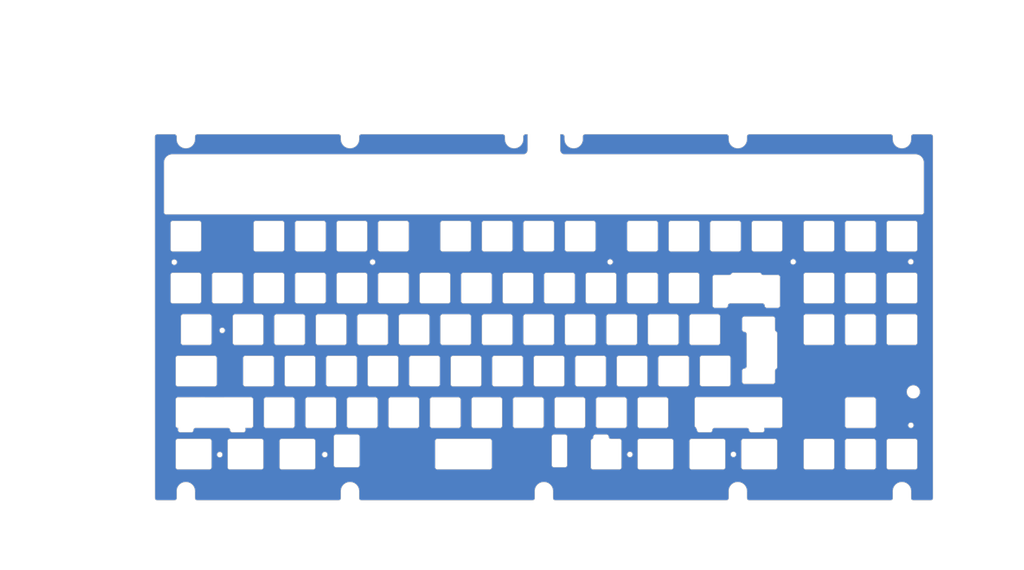
<source format=kicad_pcb>
(kicad_pcb (version 20221018) (generator pcbnew)
  (layers (0 "F.Cu" signal) (31 "B.Cu" signal) (34 "B.Paste" user) (35 "F.Paste" user) (36 "B.SilkS" user "B.Silkscreen") (37 "F.SilkS" user "F.Silkscreen") (38 "B.Mask" user) (39 "F.Mask" user) (44 "Edge.Cuts" user))
  (net 0 "")
  (gr_line (start 125.68269 -122.078029) (end 125.682766 -134.078035) (stroke (width 0.2)) (layer "Edge.Cuts"))
  (gr_arc (start -26.717393 -122.078999) (mid -27.010275 -121.371857) (end -27.7174 -121.079005) (stroke (width 0.2)) (layer "Edge.Cuts"))
  (gr_line (start -11.142663 -78.216376) (end 0.857343 -78.2163) (stroke (width 0.2)) (layer "Edge.Cuts"))
  (gr_arc (start -84.867493 -111.266863) (mid -84.160407 -110.973955) (end -83.867499 -110.266856) (stroke (width 0.2)) (layer "Edge.Cuts"))
  (gr_line (start 242.942817 -6.869898) (end 250.984133 -6.869846) (stroke (width 0.2)) (layer "Edge.Cuts"))
  (gr_line (start -82.465895 -54.12684) (end -94.485126 -54.122755) (stroke (width 0.2)) (layer "Edge.Cuts"))
  (gr_line (start -11.347562 -173.837936) (end -11.347367 -172.638814) (stroke (width 0.2)) (layer "Edge.Cuts"))
  (gr_line (start 98.394653 -40.115658) (end 110.39466 -40.115582) (stroke (width 0.2)) (layer "Edge.Cuts"))
  (gr_line (start 241.942302 -11.070618) (end 241.942823 -7.869735) (stroke (width 0.2)) (layer "Edge.Cuts"))
  (gr_arc (start 100.869865 -73.16566) (mid 101.576977 -72.872767) (end 101.869859 -72.165654) (stroke (width 0.2)) (layer "Edge.Cuts"))
  (gr_line (start 205.644954 -78.214996) (end 193.644947 -78.215073) (stroke (width 0.2)) (layer "Edge.Cuts"))
  (gr_arc (start 225.694971 -79.214869) (mid 225.402076 -78.507759) (end 224.694964 -78.214875) (stroke (width 0.2)) (layer "Edge.Cuts"))
  (gr_line (start 62.769755 -59.165895) (end 50.769749 -59.165972) (stroke (width 0.2)) (layer "Edge.Cuts"))
  (gr_line (start 96.132126 -36.065671) (end 96.132125 -35.861053) (stroke (width 0.2)) (layer "Edge.Cuts"))
  (gr_arc (start 233.542823 -7.870127) (mid 233.249981 -7.162932) (end 232.542817 -6.869964) (stroke (width 0.2)) (layer "Edge.Cuts"))
  (gr_line (start -80.105475 -35.066791) (end -94.486733 -35.066883) (stroke (width 0.2)) (layer "Edge.Cuts"))
  (gr_arc (start 10.382559 -111.266257) (mid 11.089674 -110.973366) (end 11.382553 -110.26625) (stroke (width 0.2)) (layer "Edge.Cuts"))
  (gr_line (start 231.745057 -92.214838) (end 243.745063 -92.214762) (stroke (width 0.2)) (layer "Edge.Cuts"))
  (gr_circle (center -27.100534 -27.863554) (end -25.900534 -27.863554) (stroke (width 0.2)) (fill none) (layer "Edge.Cuts"))
  (gr_line (start -7.380276 -60.166342) (end -7.3802 -72.166349) (stroke (width 0.2)) (layer "Edge.Cuts"))
  (gr_arc (start 193.644947 -78.215073) (mid 192.937857 -78.507978) (end 192.644953 -79.21508) (stroke (width 0.2)) (layer "Edge.Cuts"))
  (gr_arc (start 130.732769 -134.078003) (mid 131.025677 -134.78509) (end 131.732776 -135.077997) (stroke (width 0.2)) (layer "Edge.Cuts"))
  (gr_line (start -17.192584 -91.216421) (end -17.19266 -79.216415) (stroke (width 0.2)) (layer "Edge.Cuts"))
  (gr_line (start -12.142581 -91.216389) (end -12.142658 -79.216383) (stroke (width 0.2)) (layer "Edge.Cuts"))
  (gr_line (start 100.869776 -59.165653) (end 88.869769 -59.165729) (stroke (width 0.2)) (layer "Edge.Cuts"))
  (gr_circle (center -96.185974 -116.172946) (end -94.985974 -116.172946) (stroke (width 0.2)) (fill none) (layer "Edge.Cuts"))
  (gr_arc (start -46.767321 -135.079133) (mid -46.060228 -134.786233) (end -45.767327 -134.079126) (stroke (width 0.2)) (layer "Edge.Cuts"))
  (gr_arc (start 93.632514 -97.26572) (mid 92.925362 -97.558598) (end 92.63252 -98.265726) (stroke (width 0.2)) (layer "Edge.Cuts"))
  (gr_arc (start 211.694797 -53.114944) (mid 211.987686 -53.82206) (end 212.694804 -54.114939) (stroke (width 0.2)) (layer "Edge.Cuts"))
  (gr_line (start 80.936817 -174.837518) (end 80.936772 -167.637512) (stroke (width 0.2)) (layer "Edge.Cuts"))
  (gr_line (start 174.601445 -40.206226) (end 181.834426 -40.206231) (stroke (width 0.2)) (layer "Edge.Cuts"))
  (gr_arc (start -56.292962 -35.06664) (mid -55.58584 -34.773755) (end -55.292968 -34.066633) (stroke (width 0.2)) (layer "Edge.Cuts"))
  (gr_line (start -50.242678 -79.216625) (end -50.242602 -91.216632) (stroke (width 0.2)) (layer "Edge.Cuts"))
  (gr_arc (start -64.817565 -98.266728) (mid -65.110477 -97.559657) (end -65.817572 -97.266734) (stroke (width 0.2)) (layer "Edge.Cuts"))
  (gr_line (start -50.5303 -60.166617) (end -50.530223 -72.166623) (stroke (width 0.2)) (layer "Edge.Cuts"))
  (gr_line (start -94.486822 -21.066875) (end -80.105564 -21.066784) (stroke (width 0.2)) (layer "Edge.Cuts"))
  (gr_line (start 211.695312 -134.077488) (end 211.695236 -122.077482) (stroke (width 0.2)) (layer "Edge.Cuts"))
  (gr_arc (start 122.207409 -78.215527) (mid 121.500262 -78.508408) (end 121.207414 -79.215534) (stroke (width 0.2)) (layer "Edge.Cuts"))
  (gr_line (start 174.601438 -39.115173) (end 174.601445 -40.206226) (stroke (width 0.2)) (layer "Edge.Cuts"))
  (gr_arc (start -104.038314 -6.872106) (mid -104.745358 -7.16494) (end -105.038308 -7.871944) (stroke (width 0.2)) (layer "Edge.Cuts"))
  (gr_arc (start 162.782792 -135.0778) (mid 163.489901 -134.7849) (end 163.782787 -134.077793) (stroke (width 0.2)) (layer "Edge.Cuts"))
  (gr_arc (start -59.767334 -134.079216) (mid -59.474421 -134.786296) (end -58.767327 -135.07921) (stroke (width 0.2)) (layer "Edge.Cuts"))
  (gr_arc (start 181.834416 -54.206238) (mid 182.541484 -53.913328) (end 182.834417 -53.206239) (stroke (width 0.2)) (layer "Edge.Cuts"))
  (gr_arc (start 244.744617 -22.064717) (mid 244.451707 -21.357625) (end 243.744611 -21.064723) (stroke (width 0.2)) (layer "Edge.Cuts"))
  (gr_arc (start 58.007463 -92.215943) (mid 58.71457 -91.92305) (end 59.007457 -91.215937) (stroke (width 0.2)) (layer "Edge.Cuts"))
  (gr_line (start 211.695161 -110.264975) (end 211.695085 -98.264969) (stroke (width 0.2)) (layer "Edge.Cuts"))
  (gr_arc (start 232.543141 -174.836552) (mid 233.250206 -174.543727) (end 233.543135 -173.836715) (stroke (width 0.2)) (layer "Edge.Cuts"))
  (gr_arc (start -45.767403 -122.07912) (mid -46.060314 -121.372033) (end -46.76741 -121.079126) (stroke (width 0.2)) (layer "Edge.Cuts"))
  (gr_arc (start 49.769831 -72.165985) (mid 50.062731 -72.873097) (end 50.769838 -73.165979) (stroke (width 0.2)) (layer "Edge.Cuts"))
  (gr_line (start 163.78271 -122.077787) (end 163.782787 -134.077793) (stroke (width 0.2)) (layer "Edge.Cuts"))
  (gr_arc (start -58.767416 -121.079202) (mid -59.47452 -121.372096) (end -59.767411 -122.079209) (stroke (width 0.2)) (layer "Edge.Cuts"))
  (gr_line (start 166.621135 -173.836803) (end 166.62133 -172.63768) (stroke (width 0.2)) (layer "Edge.Cuts"))
  (gr_line (start -95.484787 -53.122755) (end -95.484787 -41.122397) (stroke (width 0.2)) (layer "Edge.Cuts"))
  (gr_arc (start 29.432569 -111.266136) (mid 30.13967 -110.97324) (end 30.432563 -110.266129) (stroke (width 0.2)) (layer "Edge.Cuts"))
  (gr_arc (start 212.69523 -121.077475) (mid 211.988151 -121.370386) (end 211.695236 -122.077482) (stroke (width 0.2)) (layer "Edge.Cuts"))
  (gr_arc (start 39.957371 -79.216051) (mid 39.66447 -78.508953) (end 38.957364 -78.216057) (stroke (width 0.2)) (layer "Edge.Cuts"))
  (gr_line (start 205.645164 -111.265014) (end 193.645157 -111.265091) (stroke (width 0.2)) (layer "Edge.Cuts"))
  (gr_line (start 30.719744 -60.1661) (end 30.719821 -72.166106) (stroke (width 0.2)) (layer "Edge.Cuts"))
  (gr_line (start -21.955405 -41.116425) (end -21.955329 -53.116431) (stroke (width 0.2)) (layer "Edge.Cuts"))
  (gr_line (start -93.105125 -91.216904) (end -93.105201 -79.216898) (stroke (width 0.2)) (layer "Edge.Cuts"))
  (gr_line (start -39.717469 -111.266576) (end -27.717462 -111.266499) (stroke (width 0.2)) (layer "Edge.Cuts"))
  (gr_arc (start 88.869769 -59.165729) (mid 88.162649 -59.458624) (end 87.869775 -60.165736) (stroke (width 0.2)) (layer "Edge.Cuts"))
  (gr_line (start 2.144608 -41.116271) (end 2.144684 -53.116278) (stroke (width 0.2)) (layer "Edge.Cuts"))
  (gr_arc (start 143.732782 -135.077921) (mid 144.439869 -134.785019) (end 144.732776 -134.077914) (stroke (width 0.2)) (layer "Edge.Cuts"))
  (gr_arc (start 95.013363 -34.065677) (mid 95.164655 -34.594531) (end 95.572744 -34.963365) (stroke (width 0.2)) (layer "Edge.Cuts"))
  (gr_arc (start -55.292681 -79.216657) (mid -55.585577 -78.509538) (end -56.292688 -78.216663) (stroke (width 0.2)) (layer "Edge.Cuts"))
  (gr_arc (start 224.695326 -135.077406) (mid 225.402415 -134.784494) (end 225.69532 -134.077399) (stroke (width 0.2)) (layer "Edge.Cuts"))
  (gr_arc (start -44.480303 -59.166578) (mid -45.187424 -59.459466) (end -45.480297 -60.166585) (stroke (width 0.2)) (layer "Edge.Cuts"))
  (gr_line (start 23.575748 -22.066125) (end 23.575824 -34.066131) (stroke (width 0.2)) (layer "Edge.Cuts"))
  (gr_line (start 45.007373 -79.216019) (end 45.00745 -91.216026) (stroke (width 0.2)) (layer "Edge.Cuts"))
  (gr_arc (start -96.867437 -121.079445) (mid -97.574547 -121.372343) (end -97.867431 -122.079451) (stroke (width 0.2)) (layer "Edge.Cuts"))
  (gr_arc (start -55.005347 -53.116641) (mid -54.712462 -53.823774) (end -54.00534 -54.116636) (stroke (width 0.2)) (layer "Edge.Cuts"))
  (gr_arc (start 125.682538 -98.265516) (mid 125.389622 -97.558452) (end 124.682531 -97.265522) (stroke (width 0.2)) (layer "Edge.Cuts"))
  (gr_arc (start 157.221141 -174.837032) (mid 157.928198 -174.544206) (end 158.221135 -173.837195) (stroke (width 0.2)) (layer "Edge.Cuts"))
  (gr_arc (start 73.294646 -41.115819) (mid 73.001732 -40.40875) (end 72.294639 -40.115824) (stroke (width 0.2)) (layer "Edge.Cuts"))
  (gr_line (start 116.444548 -22.065534) (end 116.444625 -34.06554) (stroke (width 0.2)) (layer "Edge.Cuts"))
  (gr_arc (start -49.242684 -78.216618) (mid -49.949838 -78.509496) (end -50.242678 -79.216625) (stroke (width 0.2)) (layer "Edge.Cuts"))
  (gr_arc (start 174.039691 -110.265215) (mid 173.539689 -110.399188) (end 173.173669 -110.765221) (stroke (width 0.2)) (layer "Edge.Cuts"))
  (gr_line (start 10.382469 -97.266249) (end -1.617537 -97.266326) (stroke (width 0.2)) (layer "Edge.Cuts"))
  (gr_line (start 82.936759 -165.6375) (end 243.96128 -165.636475) (stroke (width 0.2)) (layer "Edge.Cuts"))
  (gr_arc (start 225.695244 -122.077393) (mid 225.402356 -121.370277) (end 224.695237 -121.077398) (stroke (width 0.2)) (layer "Edge.Cuts"))
  (gr_curve (pts (xy 178.460893 -91.208879) (xy 178.726109 -91.208879) (xy 178.980463 -91.103523) (xy 179.168 -90.915986)) (stroke (width 0.2)) (layer "Edge.Cuts"))
  (gr_arc (start 116.444625 -34.06554) (mid 116.737514 -34.772648) (end 117.444631 -35.065534) (stroke (width 0.2)) (layer "Edge.Cuts"))
  (gr_arc (start 73.582586 -110.265854) (mid 73.875478 -110.972967) (end 74.582593 -111.265848) (stroke (width 0.2)) (layer "Edge.Cuts"))
  (gr_arc (start 74.582504 -97.265841) (mid 73.875366 -97.558724) (end 73.58251 -98.265848) (stroke (width 0.2)) (layer "Edge.Cuts"))
  (gr_line (start 250.957098 -174.836435) (end 242.943141 -174.836486) (stroke (width 0.2)) (layer "Edge.Cuts"))
  (gr_line (start 96.107756 -135.078224) (end 84.10775 -135.078301) (stroke (width 0.2)) (layer "Edge.Cuts"))
  (gr_arc (start 78.057391 -79.215809) (mid 77.764511 -78.508666) (end 77.057384 -78.215815) (stroke (width 0.2)) (layer "Edge.Cuts"))
  (gr_arc (start -39.717558 -97.266568) (mid -40.424647 -97.559475) (end -40.717552 -98.266575) (stroke (width 0.2)) (layer "Edge.Cuts"))
  (gr_line (start -46.767321 -135.079133) (end -58.767327 -135.07921) (stroke (width 0.2)) (layer "Edge.Cuts"))
  (gr_arc (start 142.640646 -53.206211) (mid 142.933553 -53.913299) (end 143.640645 -54.206212) (stroke (width 0.2)) (layer "Edge.Cuts"))
  (gr_arc (start 102.157481 -91.215662) (mid 102.450375 -91.922771) (end 103.157487 -92.215656) (stroke (width 0.2)) (layer "Edge.Cuts"))
  (gr_arc (start -41.005416 -41.116546) (mid -41.298318 -40.409447) (end -42.005422 -40.116552) (stroke (width 0.2)) (layer "Edge.Cuts"))
  (gr_arc (start -83.867424 -122.079362) (mid -84.160321 -121.372255) (end -84.86743 -121.079368) (stroke (width 0.2)) (layer "Edge.Cuts"))
  (gr_arc (start -40.717324 -134.079094) (mid -40.424419 -134.786185) (end -39.717317 -135.079088) (stroke (width 0.2)) (layer "Edge.Cuts"))
  (gr_line (start 243.745336 -135.077285) (end 231.74533 -135.077361) (stroke (width 0.2)) (layer "Edge.Cuts"))
  (gr_arc (start 97.107674 -122.078211) (mid 96.814759 -121.371138) (end 96.107667 -121.078217) (stroke (width 0.2)) (layer "Edge.Cuts"))
  (gr_line (start -26.430286 -60.166463) (end -26.43021 -72.16647) (stroke (width 0.2)) (layer "Edge.Cuts"))
  (gr_line (start 36.482484 -97.266083) (end 48.48249 -97.266007) (stroke (width 0.2)) (layer "Edge.Cuts"))
  (gr_arc (start -55.293045 -22.066627) (mid -55.585956 -21.35955) (end -56.293051 -21.066632) (stroke (width 0.2)) (layer "Edge.Cuts"))
  (gr_arc (start 212.694594 -21.064921) (mid 211.987455 -21.357806) (end 211.6946 -22.064928) (stroke (width 0.2)) (layer "Edge.Cuts"))
  (gr_arc (start 6.619731 -60.166253) (mid 6.326828 -59.459168) (end 5.619724 -59.166259) (stroke (width 0.2)) (layer "Edge.Cuts"))
  (gr_line (start -100.869576 -139.079479) (end -100.869431 -161.85667) (stroke (width 0.2)) (layer "Edge.Cuts"))
  (gr_arc (start 34.194708 -54.116074) (mid 34.901797 -53.823167) (end 35.194702 -53.116068) (stroke (width 0.2)) (layer "Edge.Cuts"))
  (gr_arc (start 241.94333 -172.637201) (mid 237.744057 -168.43651) (end 233.54333 -172.635832) (stroke (width 0.2)) (layer "Edge.Cuts"))
  (gr_line (start -93.399713 -38.116878) (end -88.39971 -38.116846) (stroke (width 0.2)) (layer "Edge.Cuts"))
  (gr_arc (start 96.132125 -35.861053) (mid 95.980827 -35.332209) (end 95.572744 -34.963365) (stroke (width 0.2)) (layer "Edge.Cuts"))
  (gr_circle (center 187.81399 -116.314792) (end 189.01399 -116.314792) (stroke (width 0.2)) (fill none) (layer "Edge.Cuts"))
  (gr_line (start -49.242595 -92.216626) (end -37.242588 -92.21655) (stroke (width 0.2)) (layer "Edge.Cuts"))
  (gr_line (start -77.817489 -111.266818) (end -65.817483 -111.266742) (stroke (width 0.2)) (layer "Edge.Cuts"))
  (gr_line (start -46.861796 -21.066572) (end -32.480539 -21.066481) (stroke (width 0.2)) (layer "Edge.Cuts"))
  (gr_arc (start -46.767472 -111.26662) (mid -46.060415 -110.973702) (end -45.767478 -110.266614) (stroke (width 0.2)) (layer "Edge.Cuts"))
  (gr_arc (start 121.207491 -91.215541) (mid 121.500379 -91.922661) (end 122.207498 -92.215535) (stroke (width 0.2)) (layer "Edge.Cuts"))
  (gr_line (start 243.745185 -111.264772) (end 231.745178 -111.264848) (stroke (width 0.2)) (layer "Edge.Cuts"))
  (gr_arc (start 124.68262 -111.265529) (mid 125.389685 -110.972615) (end 125.682614 -110.265523) (stroke (width 0.2)) (layer "Edge.Cuts"))
  (gr_arc (start -94.48444 -40.122397) (mid -95.191786 -40.415155) (end -95.484787 -41.122397) (stroke (width 0.2)) (layer "Edge.Cuts"))
  (gr_line (start -46.767561 -97.266613) (end -58.767568 -97.266689) (stroke (width 0.2)) (layer "Edge.Cuts"))
  (gr_line (start 83.07578 -22.065746) (end 78.075777 -22.065778) (stroke (width 0.2)) (layer "Edge.Cuts"))
  (gr_arc (start 112.682525 -97.265598) (mid 111.975458 -97.558513) (end 111.682531 -98.265605) (stroke (width 0.2)) (layer "Edge.Cuts"))
  (gr_line (start 54.574444 -174.837685) (end -10.347556 -174.838099) (stroke (width 0.2)) (layer "Edge.Cuts"))
  (gr_line (start 48.482579 -111.266014) (end 36.482573 -111.266091) (stroke (width 0.2)) (layer "Edge.Cuts"))
  (gr_arc (start 244.745102 -98.264759) (mid 244.452205 -97.557645) (end 243.745095 -97.264764) (stroke (width 0.2)) (layer "Edge.Cuts"))
  (gr_line (start -84.86743 -121.079368) (end -96.867437 -121.079445) (stroke (width 0.2)) (layer "Edge.Cuts"))
  (gr_arc (start -12.142581 -91.216389) (mid -11.849675 -91.923468) (end -11.142574 -92.216383) (stroke (width 0.2)) (layer "Edge.Cuts"))
  (gr_arc (start 63.974633 -172.638335) (mid 59.775318 -168.437647) (end 55.574633 -172.636966) (stroke (width 0.2)) (layer "Edge.Cuts"))
  (gr_line (start 121.207414 -79.215534) (end 121.207491 -91.215541) (stroke (width 0.2)) (layer "Edge.Cuts"))
  (gr_arc (start 96.107484 -92.215701) (mid 96.814598 -91.922803) (end 97.107478 -91.215694) (stroke (width 0.2)) (layer "Edge.Cuts"))
  (gr_line (start 224.694689 -35.064852) (end 212.694683 -35.064928) (stroke (width 0.2)) (layer "Edge.Cuts"))
  (gr_line (start 38.957453 -92.216065) (end 26.957446 -92.216141) (stroke (width 0.2)) (layer "Edge.Cuts"))
  (gr_curve (pts (xy 165.432749 -67.332483) (xy 165.442124 -67.332747) (xy 165.451503 -67.332879) (xy 165.460882 -67.332879)) (stroke (width 0.2)) (layer "Edge.Cuts"))
  (gr_line (start 141.257508 -92.215414) (end 153.257514 -92.215337) (stroke (width 0.2)) (layer "Edge.Cuts"))
  (gr_line (start 46.007457 -92.21602) (end 58.007463 -92.215943) (stroke (width 0.2)) (layer "Edge.Cuts"))
  (gr_arc (start 193.64522 -121.077596) (mid 192.938155 -121.370512) (end 192.645226 -122.077603) (stroke (width 0.2)) (layer "Edge.Cuts"))
  (gr_line (start 179.460893 -90.208879) (end 179.460893 -85.209289) (stroke (width 0.2)) (layer "Edge.Cuts"))
  (gr_arc (start 78.344725 -53.115793) (mid 78.637627 -53.822902) (end 79.344732 -54.115787) (stroke (width 0.2)) (layer "Edge.Cuts"))
  (gr_line (start 205.645315 -135.077527) (end 193.645309 -135.077604) (stroke (width 0.2)) (layer "Edge.Cuts"))
  (gr_arc (start -21.667465 -110.26646) (mid -21.374574 -110.973587) (end -20.667458 -111.266454) (stroke (width 0.2)) (layer "Edge.Cuts"))
  (gr_arc (start -12.167926 -37.06636) (mid -11.46082 -36.773464) (end -11.167932 -36.066353) (stroke (width 0.2)) (layer "Edge.Cuts"))
  (gr_arc (start -46.861796 -21.066572) (mid -47.568924 -21.359457) (end -47.861791 -22.066579) (stroke (width 0.2)) (layer "Edge.Cuts"))
  (gr_line (start -54.005429 -40.116628) (end -42.005422 -40.116552) (stroke (width 0.2)) (layer "Edge.Cuts"))
  (gr_arc (start 1.85735 -79.216294) (mid 1.564462 -78.509175) (end 0.857343 -78.2163) (stroke (width 0.2)) (layer "Edge.Cuts"))
  (gr_arc (start 231.744968 -78.21483) (mid 231.037849 -78.507725) (end 230.744974 -79.214837) (stroke (width 0.2)) (layer "Edge.Cuts"))
  (gr_line (start 168.601429 -38.115211) (end 173.601431 -38.115179) (stroke (width 0.2)) (layer "Edge.Cuts"))
  (gr_arc (start 45.00745 -91.216026) (mid 45.30033 -91.92317) (end 46.007457 -92.21602) (stroke (width 0.2)) (layer "Edge.Cuts"))
  (gr_curve (pts (xy 164.753792 -60.625357) (xy 164.56625 -60.812888) (xy 164.460886 -61.067238) (xy 164.460878 -61.332455)) (stroke (width 0.2)) (layer "Edge.Cuts"))
  (gr_line (start 139.96988 -72.165411) (end 139.969803 -60.165405) (stroke (width 0.2)) (layer "Edge.Cuts"))
  (gr_line (start 116.444746 -53.115551) (end 116.444669 -41.115544) (stroke (width 0.2)) (layer "Edge.Cuts"))
  (gr_line (start -32.480449 -35.066488) (end -46.861707 -35.06658) (stroke (width 0.2)) (layer "Edge.Cuts"))
  (gr_line (start 77.057657 -121.078338) (end 65.05765 -121.078414) (stroke (width 0.2)) (layer "Edge.Cuts"))
  (gr_arc (start 173.745558 -97.26521) (mid 174.452692 -96.972322) (end 174.745552 -96.265203) (stroke (width 0.2)) (layer "Edge.Cuts"))
  (gr_curve (pts (xy 146.04594 -59.249512) (xy 145.780724 -59.249422) (xy 145.526334 -59.354692) (xy 145.338734 -59.542165)) (stroke (width 0.2)) (layer "Edge.Cuts"))
  (gr_line (start 231.744604 -21.0648) (end 243.744611 -21.064723) (stroke (width 0.2)) (layer "Edge.Cuts"))
  (gr_line (start -7.667306 -134.078884) (end -7.667382 -122.078878) (stroke (width 0.2)) (layer "Edge.Cuts"))
  (gr_line (start 212.695079 -97.264962) (end 224.695085 -97.264886) (stroke (width 0.2)) (layer "Edge.Cuts"))
  (gr_line (start 172.307646 -111.265226) (end 160.307639 -111.265303) (stroke (width 0.2)) (layer "Edge.Cuts"))
  (gr_line (start 165.069568 -21.065224) (end 179.450826 -21.065132) (stroke (width 0.2)) (layer "Edge.Cuts"))
  (gr_line (start 166.620302 -11.071098) (end 166.620823 -7.870214) (stroke (width 0.2)) (layer "Edge.Cuts"))
  (gr_line (start -92.105207 -78.216891) (end -80.105201 -78.216815) (stroke (width 0.2)) (layer "Edge.Cuts"))
  (gr_arc (start -2.617455 -110.266339) (mid -2.324571 -110.973476) (end -1.617448 -111.266333) (stroke (width 0.2)) (layer "Edge.Cuts"))
  (gr_line (start -34.955419 -40.116507) (end -22.955412 -40.116431) (stroke (width 0.2)) (layer "Edge.Cuts"))
  (gr_line (start 58.007736 -135.078467) (end 46.007729 -135.078543) (stroke (width 0.2)) (layer "Edge.Cuts"))
  (gr_arc (start 16.432555 -110.266218) (mid 16.725468 -110.973301) (end 17.432562 -111.266212) (stroke (width 0.2)) (layer "Edge.Cuts"))
  (gr_arc (start 106.919862 -72.165621) (mid 107.212776 -72.872699) (end 107.919869 -73.165616) (stroke (width 0.2)) (layer "Edge.Cuts"))
  (gr_line (start 21.194618 -41.11615) (end 21.194694 -53.116157) (stroke (width 0.2)) (layer "Edge.Cuts"))
  (gr_line (start 119.919875 -73.165539) (end 107.919869 -73.165616) (stroke (width 0.2)) (layer "Edge.Cuts"))
  (gr_arc (start 54.244636 -41.11594) (mid 53.951729 -40.408861) (end 53.244629 -40.115946) (stroke (width 0.2)) (layer "Edge.Cuts"))
  (gr_arc (start -95.48674 -34.066889) (mid -95.193837 -34.773989) (end -94.486733 -35.066883) (stroke (width 0.2)) (layer "Edge.Cuts"))
  (gr_arc (start -105.065356 -173.838532) (mid -104.772519 -174.545747) (end -104.06535 -174.838695) (stroke (width 0.2)) (layer "Edge.Cuts"))
  (gr_line (start -104.038314 -6.872106) (end -96.06988 -6.872056) (stroke (width 0.2)) (layer "Edge.Cuts"))
  (gr_arc (start 211.694676 -34.064934) (mid 211.98756 -34.772064) (end 212.694683 -35.064928) (stroke (width 0.2)) (layer "Edge.Cuts"))
  (gr_line (start 83.107394 -79.215777) (end 83.10747 -91.215783) (stroke (width 0.2)) (layer "Edge.Cuts"))
  (gr_line (start 112.682525 -97.265598) (end 124.682531 -97.265522) (stroke (width 0.2)) (layer "Edge.Cuts"))
  (gr_line (start 84.07587 -36.065747) (end 84.075787 -23.06574) (stroke (width 0.2)) (layer "Edge.Cuts"))
  (gr_arc (start 125.969872 -72.1655) (mid 126.262779 -72.872588) (end 126.969879 -73.165494) (stroke (width 0.2)) (layer "Edge.Cuts"))
  (gr_arc (start 72.294728 -54.115832) (mid 73.001789 -53.822915) (end 73.294722 -53.115825) (stroke (width 0.2)) (layer "Edge.Cuts"))
  (gr_arc (start 182.83272 -122.077665) (mid 182.539827 -121.370541) (end 181.832714 -121.077671) (stroke (width 0.2)) (layer "Edge.Cuts"))
  (gr_line (start 25.957712 -134.07867) (end 25.957636 -122.078664) (stroke (width 0.2)) (layer "Edge.Cuts"))
  (gr_line (start 78.057467 -91.215815) (end 78.057391 -79.215809) (stroke (width 0.2)) (layer "Edge.Cuts"))
  (gr_arc (start 181.745556 -96.265158) (mid 181.452656 -95.558061) (end 180.745549 -95.265164) (stroke (width 0.2)) (layer "Edge.Cuts"))
  (gr_arc (start 7.907347 -78.216255) (mid 7.20025 -78.509159) (end 6.907353 -79.216262) (stroke (width 0.2)) (layer "Edge.Cuts"))
  (gr_line (start -96.867588 -97.266932) (end -84.867582 -97.266855) (stroke (width 0.2)) (layer "Edge.Cuts"))
  (gr_line (start 65.936325 -167.637608) (end 65.936371 -174.837613) (stroke (width 0.2)) (layer "Edge.Cuts"))
  (gr_curve (pts (xy 179.461054 -61.332894) (xy 179.461062 -61.067678) (xy 179.355712 -60.813321) (xy 179.168181 -60.625779)) (stroke (width 0.2)) (layer "Edge.Cuts"))
  (gr_line (start -15.905319 -54.116393) (end -3.905313 -54.116317) (stroke (width 0.2)) (layer "Edge.Cuts"))
  (gr_arc (start -1.617537 -97.266326) (mid -2.324654 -97.559223) (end -2.617531 -98.266333) (stroke (width 0.2)) (layer "Edge.Cuts"))
  (gr_line (start 225.694728 -41.114849) (end 225.694805 -53.114855) (stroke (width 0.2)) (layer "Edge.Cuts"))
  (gr_line (start 26.957357 -78.216133) (end 38.957364 -78.216057) (stroke (width 0.2)) (layer "Edge.Cuts"))
  (gr_line (start -79.105194 -79.216809) (end -79.105117 -91.216815) (stroke (width 0.2)) (layer "Edge.Cuts"))
  (gr_line (start 205.64459 -21.064966) (end 193.644584 -21.065042) (stroke (width 0.2)) (layer "Edge.Cuts"))
  (gr_arc (start -95.484787 -53.122755) (mid -95.192015 -53.829736) (end -94.485126 -54.122755) (stroke (width 0.2)) (layer "Edge.Cuts"))
  (gr_arc (start -63.52369 -39.116688) (mid -63.816576 -38.409552) (end -64.523697 -38.116694) (stroke (width 0.2)) (layer "Edge.Cuts"))
  (gr_line (start 93.632514 -97.26572) (end 105.632521 -97.265643) (stroke (width 0.2)) (layer "Edge.Cuts"))
  (gr_arc (start -79.105557 -22.066778) (mid -79.398451 -21.359672) (end -80.105564 -21.066784) (stroke (width 0.2)) (layer "Edge.Cuts"))
  (gr_arc (start -10.34788 -6.87151) (mid -11.05488 -7.164367) (end -11.347874 -7.871347) (stroke (width 0.2)) (layer "Edge.Cuts"))
  (gr_arc (start 151.869533 -95.265348) (mid 151.162443 -95.558257) (end 150.869539 -96.265355) (stroke (width 0.2)) (layer "Edge.Cuts"))
  (gr_line (start -56.293051 -21.066632) (end -70.674309 -21.066724) (stroke (width 0.2)) (layer "Edge.Cuts"))
  (gr_arc (start -20.667396 -121.07896) (mid -21.374528 -121.371844) (end -21.66739 -122.078967) (stroke (width 0.2)) (layer "Edge.Cuts"))
  (gr_line (start 87.869775 -60.165736) (end 87.869852 -72.165743) (stroke (width 0.2)) (layer "Edge.Cuts"))
  (gr_line (start 180.745644 -110.265172) (end 174.039691 -110.265215) (stroke (width 0.2)) (layer "Edge.Cuts"))
  (gr_line (start 45.007722 -134.078549) (end 45.007646 -122.078542) (stroke (width 0.2)) (layer "Edge.Cuts"))
  (gr_arc (start 67.532589 -111.265893) (mid 68.239697 -110.972993) (end 68.532584 -110.265886) (stroke (width 0.2)) (layer "Edge.Cuts"))
  (gr_arc (start 103.157398 -78.215649) (mid 102.450266 -78.508535) (end 102.157404 -79.215656) (stroke (width 0.2)) (layer "Edge.Cuts"))
  (gr_line (start 35.482566 -110.266097) (end 35.482489 -98.26609) (stroke (width 0.2)) (layer "Edge.Cuts"))
  (gr_line (start 49.482088 -34.065966) (end 49.482012 -22.06596) (stroke (width 0.2)) (layer "Edge.Cuts"))
  (gr_line (start 243.7447 -35.064731) (end 231.744693 -35.064807) (stroke (width 0.2)) (layer "Edge.Cuts"))
  (gr_line (start 164.460893 -85.208879) (end 164.460893 -90.208879) (stroke (width 0.2)) (layer "Edge.Cuts"))
  (gr_line (start -94.48658 -59.166896) (end -77.724071 -59.166789) (stroke (width 0.2)) (layer "Edge.Cuts"))
  (gr_line (start -35.955337 -53.11652) (end -35.955413 -41.116514) (stroke (width 0.2)) (layer "Edge.Cuts"))
  (gr_line (start -37.242677 -78.216542) (end -49.242684 -78.216618) (stroke (width 0.2)) (layer "Edge.Cuts"))
  (gr_arc (start 230.745171 -110.264854) (mid 231.038062 -110.971972) (end 231.745178 -111.264848) (stroke (width 0.2)) (layer "Edge.Cuts"))
  (gr_arc (start -83.867575 -98.26685) (mid -84.16048 -97.559769) (end -84.867582 -97.266855) (stroke (width 0.2)) (layer "Edge.Cuts"))
  (gr_arc (start 23.575824 -34.066131) (mid 23.868704 -34.773281) (end 24.575831 -35.066125) (stroke (width 0.2)) (layer "Edge.Cuts"))
  (gr_arc (start 150.725425 -39.115325) (mid 151.018303 -39.822478) (end 151.725432 -40.115319) (stroke (width 0.2)) (layer "Edge.Cuts"))
  (gr_arc (start -8.667452 -111.266378) (mid -7.960323 -110.973492) (end -7.667458 -110.266371) (stroke (width 0.2)) (layer "Edge.Cuts"))
  (gr_arc (start 154.257432 -79.215324) (mid 153.964519 -78.508257) (end 153.257425 -78.21533) (stroke (width 0.2)) (layer "Edge.Cuts"))
  (gr_arc (start 163.78271 -122.077787) (mid 163.489824 -121.370652) (end 162.782703 -121.077792) (stroke (width 0.2)) (layer "Edge.Cuts"))
  (gr_arc (start 243.745336 -135.077285) (mid 244.452476 -134.784403) (end 244.74533 -134.077278) (stroke (width 0.2)) (layer "Edge.Cuts"))
  (gr_arc (start -26.43021 -72.16647) (mid -26.137312 -72.873571) (end -25.430203 -73.166464) (stroke (width 0.2)) (layer "Edge.Cuts"))
  (gr_line (start 105.63261 -111.265651) (end 93.632603 -111.265727) (stroke (width 0.2)) (layer "Edge.Cuts"))
  (gr_curve (pts (xy 164.460732 -66.332846) (xy 164.460716 -66.874244) (xy 164.891563 -67.317334) (xy 165.432749 -67.332483)) (stroke (width 0.2)) (layer "Edge.Cuts"))
  (gr_arc (start 243.96128 -165.636475) (mid 246.635565 -164.528742) (end 247.743256 -161.854451) (stroke (width 0.2)) (layer "Edge.Cuts"))
  (gr_line (start 79.344643 -40.11578) (end 91.34465 -40.115703) (stroke (width 0.2)) (layer "Edge.Cuts"))
  (gr_line (start 20.90736 -79.216173) (end 20.907437 -91.216179) (stroke (width 0.2)) (layer "Edge.Cuts"))
  (gr_arc (start -84.867341 -135.079376) (mid -84.16022 -134.786486) (end -83.867347 -134.079369) (stroke (width 0.2)) (layer "Edge.Cuts"))
  (gr_line (start -70.67422 -35.066731) (end -56.292962 -35.06664) (stroke (width 0.2)) (layer "Edge.Cuts"))
  (gr_line (start 211.694676 -34.064934) (end 211.6946 -22.064928) (stroke (width 0.2)) (layer "Edge.Cuts"))
  (gr_arc (start 46.007367 -78.216012) (mid 45.300278 -78.508913) (end 45.007373 -79.216019) (stroke (width 0.2)) (layer "Edge.Cuts"))
  (gr_arc (start 164.06965 -34.065237) (mid 164.362534 -34.772374) (end 165.069657 -35.065231) (stroke (width 0.2)) (layer "Edge.Cuts"))
  (gr_arc (start 150.869622 -109.265362) (mid 151.162519 -109.972457) (end 151.869629 -110.265356) (stroke (width 0.2)) (layer "Edge.Cuts"))
  (gr_line (start -97.867506 -110.266945) (end -97.867583 -98.266939) (stroke (width 0.2)) (layer "Edge.Cuts"))
  (gr_arc (start 87.582518 -98.265759) (mid 87.289622 -97.558639) (end 86.582511 -97.265764) (stroke (width 0.2)) (layer "Edge.Cuts"))
  (gr_arc (start 108.013376 -35.065594) (mid 108.720493 -34.772699) (end 109.013371 -34.065588) (stroke (width 0.2)) (layer "Edge.Cuts"))
  (gr_line (start 64.057656 -122.078421) (end 64.057733 -134.078428) (stroke (width 0.2)) (layer "Edge.Cuts"))
  (gr_line (start -11.167932 -36.066353) (end -11.168014 -23.066346) (stroke (width 0.2)) (layer "Edge.Cuts"))
  (gr_arc (start 117.444664 -40.115537) (mid 116.73755 -40.408434) (end 116.444669 -41.115544) (stroke (width 0.2)) (layer "Edge.Cuts"))
  (gr_line (start -31.480532 -22.066475) (end -31.480455 -34.066481) (stroke (width 0.2)) (layer "Edge.Cuts"))
  (gr_arc (start 105.63261 -111.265651) (mid 106.33969 -110.972741) (end 106.632604 -110.265644) (stroke (width 0.2)) (layer "Edge.Cuts"))
  (gr_line (start -59.767334 -134.079216) (end -59.767411 -122.079209) (stroke (width 0.2)) (layer "Edge.Cuts"))
  (gr_arc (start -95.486497 -72.166909) (mid -95.193601 -72.874017) (end -94.486491 -73.166904) (stroke (width 0.2)) (layer "Edge.Cuts"))
  (gr_line (start 84.107661 -121.078293) (end 96.107667 -121.078217) (stroke (width 0.2)) (layer "Edge.Cuts"))
  (gr_arc (start 212.695079 -97.264962) (mid 211.987964 -97.557855) (end 211.695085 -98.264969) (stroke (width 0.2)) (layer "Edge.Cuts"))
  (gr_arc (start 193.644584 -21.065042) (mid 192.937459 -21.357932) (end 192.644589 -22.065049) (stroke (width 0.2)) (layer "Edge.Cuts"))
  (gr_arc (start 69.819759 -59.16585) (mid 69.112653 -59.45875) (end 68.819765 -60.165857) (stroke (width 0.2)) (layer "Edge.Cuts"))
  (gr_line (start 101.869859 -72.165654) (end 101.869783 -60.165647) (stroke (width 0.2)) (layer "Edge.Cuts"))
  (gr_arc (start -47.861714 -34.066586) (mid -47.568811 -34.773678) (end -46.861707 -35.06658) (stroke (width 0.2)) (layer "Edge.Cuts"))
  (gr_arc (start 64.05746 -91.215904) (mid 64.350368 -91.922994) (end 65.057467 -92.215899) (stroke (width 0.2)) (layer "Edge.Cuts"))
  (gr_line (start -95.069367 -172.637924) (end -95.069563 -173.838807) (stroke (width 0.2)) (layer "Edge.Cuts"))
  (gr_line (start 129.444759 -54.115468) (end 117.444753 -54.115545) (stroke (width 0.2)) (layer "Edge.Cuts"))
  (gr_line (start 95.013363 -34.065677) (end 95.013287 -22.06567) (stroke (width 0.2)) (layer "Edge.Cuts"))
  (gr_line (start 6.619808 -72.16626) (end 6.619731 -60.166253) (stroke (width 0.2)) (layer "Edge.Cuts"))
  (gr_line (start -12.430203 -72.166381) (end -12.430279 -60.166374) (stroke (width 0.2)) (layer "Edge.Cuts"))
  (gr_arc (start 84.075787 -23.06574) (mid 83.782883 -22.358643) (end 83.07578 -22.065746) (stroke (width 0.2)) (layer "Edge.Cuts"))
  (gr_arc (start -94.48658 -59.166896) (mid -95.193645 -59.459812) (end -95.486574 -60.166903) (stroke (width 0.2)) (layer "Edge.Cuts"))
  (gr_line (start 77.057384 -78.215815) (end 65.057378 -78.215891) (stroke (width 0.2)) (layer "Edge.Cuts"))
  (gr_arc (start 98.394653 -40.115658) (mid 97.687553 -40.40856) (end 97.394659 -41.115665) (stroke (width 0.2)) (layer "Edge.Cuts"))
  (gr_line (start -76.724064 -60.166783) (end -76.723987 -72.16679) (stroke (width 0.2)) (layer "Edge.Cuts"))
  (gr_arc (start -15.905408 -40.116386) (mid -16.612523 -40.409276) (end -16.905403 -41.116393) (stroke (width 0.2)) (layer "Edge.Cuts"))
  (gr_line (start 55.532494 -97.265962) (end 67.5325 -97.265886) (stroke (width 0.2)) (layer "Edge.Cuts"))
  (gr_line (start 162.782792 -135.0778) (end 150.782786 -135.077876) (stroke (width 0.2)) (layer "Edge.Cuts"))
  (gr_arc (start 156.63832 -22.065278) (mid 156.345431 -21.358145) (end 155.638313 -21.065284) (stroke (width 0.2)) (layer "Edge.Cuts"))
  (gr_line (start 35.194702 -53.116068) (end 35.194626 -41.116061) (stroke (width 0.2)) (layer "Edge.Cuts"))
  (gr_line (start 140.257137 -34.065389) (end 140.257061 -22.065382) (stroke (width 0.2)) (layer "Edge.Cuts"))
  (gr_arc (start 126.96979 -59.165487) (mid 126.262677 -59.458378) (end 125.969796 -60.165494) (stroke (width 0.2)) (layer "Edge.Cuts"))
  (gr_line (start 131.8258 -21.065435) (end 117.444542 -21.065527) (stroke (width 0.2)) (layer "Edge.Cuts"))
  (gr_arc (start 53.244718 -54.115953) (mid 53.951793 -53.823041) (end 54.244712 -53.115946) (stroke (width 0.2)) (layer "Edge.Cuts"))
  (gr_circle (center 241.813984 -116.341763) (end 243.013984 -116.341763) (stroke (width 0.2)) (fill none) (layer "Edge.Cuts"))
  (gr_arc (start 167.620817 -6.870377) (mid 166.913808 -7.163233) (end 166.620823 -7.870214) (stroke (width 0.2)) (layer "Edge.Cuts"))
  (gr_line (start 38.957725 -135.078588) (end 26.957719 -135.078664) (stroke (width 0.2)) (layer "Edge.Cuts"))
  (gr_line (start 110.394749 -54.11559) (end 98.394742 -54.115666) (stroke (width 0.2)) (layer "Edge.Cuts"))
  (gr_curve (pts (xy 145.041522 -72.249171) (xy 145.041432 -72.514388) (xy 145.146702 -72.768778) (xy 145.334175 -72.956378)) (stroke (width 0.2)) (layer "Edge.Cuts"))
  (gr_arc (start 68.819841 -72.165864) (mid 69.112734 -72.872987) (end 69.819848 -73.165858) (stroke (width 0.2)) (layer "Edge.Cuts"))
  (gr_arc (start 46.00764 -121.078535) (mid 45.300541 -121.37144) (end 45.007646 -122.078542) (stroke (width 0.2)) (layer "Edge.Cuts"))
  (gr_arc (start 48.482094 -35.065973) (mid 49.189192 -34.77307) (end 49.482088 -34.065966) (stroke (width 0.2)) (layer "Edge.Cuts"))
  (gr_line (start 212.694594 -21.064921) (end 224.6946 -21.064844) (stroke (width 0.2)) (layer "Edge.Cuts"))
  (gr_arc (start 180.450833 -22.065126) (mid 180.15792 -21.358057) (end 179.450826 -21.065132) (stroke (width 0.2)) (layer "Edge.Cuts"))
  (gr_arc (start -54.005429 -40.116628) (mid -54.712551 -40.409522) (end -55.005423 -41.116635) (stroke (width 0.2)) (layer "Edge.Cuts"))
  (gr_line (start 78.05774 -134.078338) (end 78.057664 -122.078332) (stroke (width 0.2)) (layer "Edge.Cuts"))
  (gr_line (start -61.034896 -54.134125) (end -73.034896 -54.130046) (stroke (width 0.2)) (layer "Edge.Cuts"))
  (gr_arc (start 212.694715 -40.114931) (mid 211.987566 -40.40781) (end 211.694721 -41.114938) (stroke (width 0.2)) (layer "Edge.Cuts"))
  (gr_arc (start -71.674227 -34.066737) (mid -71.381342 -34.773866) (end -70.67422 -35.066731) (stroke (width 0.2)) (layer "Edge.Cuts"))
  (gr_arc (start 91.299135 -173.837282) (mid 91.591963 -174.544524) (end 92.299141 -174.837445) (stroke (width 0.2)) (layer "Edge.Cuts"))
  (gr_arc (start -20.747556 -174.838165) (mid -20.040489 -174.54534) (end -19.747563 -173.838328) (stroke (width 0.2)) (layer "Edge.Cuts"))
  (gr_line (start -16.905403 -41.116393) (end -16.905326 -53.116399) (stroke (width 0.2)) (layer "Edge.Cuts"))
  (gr_arc (start 59.007654 -122.078453) (mid 58.714752 -121.37136) (end 58.007647 -121.078459) (stroke (width 0.2)) (layer "Edge.Cuts"))
  (gr_arc (start 224.694811 -54.114862) (mid 225.401894 -53.821953) (end 225.694805 -53.114855) (stroke (width 0.2)) (layer "Edge.Cuts"))
  (gr_line (start -21.667541 -98.266454) (end -21.667465 -110.26646) (stroke (width 0.2)) (layer "Edge.Cuts"))
  (gr_arc (start 120.919793 -60.165526) (mid 120.626884 -59.458436) (end 119.919786 -59.165532) (stroke (width 0.2)) (layer "Edge.Cuts"))
  (gr_line (start 131.732624 -111.265485) (end 143.732631 -111.265408) (stroke (width 0.2)) (layer "Edge.Cuts"))
  (gr_arc (start 242.942817 -6.869898) (mid 242.23575 -7.16272) (end 241.942823 -7.869735) (stroke (width 0.2)) (layer "Edge.Cuts"))
  (gr_line (start -20.667307 -135.078967) (end -8.6673 -135.078891) (stroke (width 0.2)) (layer "Edge.Cuts"))
  (gr_curve (pts (xy 179.168181 -60.625779) (xy 178.980651 -60.438237) (xy 178.7263 -60.332873) (xy 178.461083 -60.332865)) (stroke (width 0.2)) (layer "Edge.Cuts"))
  (gr_line (start 230.745323 -134.077367) (end 230.745246 -122.07736) (stroke (width 0.2)) (layer "Edge.Cuts"))
  (gr_line (start 78.636468 -6.870944) (end 157.220817 -6.870443) (stroke (width 0.2)) (layer "Edge.Cuts"))
  (gr_line (start -51.530217 -73.16663) (end -63.530224 -73.166707) (stroke (width 0.2)) (layer "Edge.Cuts"))
  (gr_line (start 112.682676 -121.078111) (end 124.682683 -121.078035) (stroke (width 0.2)) (layer "Edge.Cuts"))
  (gr_line (start 10.38271 -135.07877) (end -1.617296 -135.078846) (stroke (width 0.2)) (layer "Edge.Cuts"))
  (gr_line (start 158.220823 -7.870606) (end 158.220302 -11.069729) (stroke (width 0.2)) (layer "Edge.Cuts"))
  (gr_line (start 91.299135 -173.837282) (end 91.29933 -172.63816) (stroke (width 0.2)) (layer "Edge.Cuts"))
  (gr_line (start 212.69523 -121.077475) (end 224.695237 -121.077398) (stroke (width 0.2)) (layer "Edge.Cuts"))
  (gr_arc (start 77.075866 -36.065792) (mid 77.36877 -36.772888) (end 78.075873 -37.065786) (stroke (width 0.2)) (layer "Edge.Cuts"))
  (gr_arc (start 225.694728 -41.114849) (mid 225.401824 -40.407768) (end 224.694722 -40.114855) (stroke (width 0.2)) (layer "Edge.Cuts"))
  (gr_line (start 44.719828 -72.166017) (end 44.719752 -60.166011) (stroke (width 0.2)) (layer "Edge.Cuts"))
  (gr_line (start 230.745171 -110.264854) (end 230.745095 -98.264848) (stroke (width 0.2)) (layer "Edge.Cuts"))
  (gr_arc (start -56.292599 -92.216671) (mid -55.585506 -91.923766) (end -55.292605 -91.216664) (stroke (width 0.2)) (layer "Edge.Cuts"))
  (gr_line (start 48.482005 -21.065966) (end 24.575742 -21.066118) (stroke (width 0.2)) (layer "Edge.Cuts"))
  (gr_line (start 34.194619 -40.116067) (end 22.194612 -40.116143) (stroke (width 0.2)) (layer "Edge.Cuts"))
  (gr_arc (start 141.257419 -78.215406) (mid 140.550358 -78.508323) (end 140.257425 -79.215413) (stroke (width 0.2)) (layer "Edge.Cuts"))
  (gr_circle (center -5.185986 -116.218397) (end -3.985986 -116.218397) (stroke (width 0.2)) (fill none) (layer "Edge.Cuts"))
  (gr_line (start -30.192585 -92.216505) (end -18.192578 -92.216428) (stroke (width 0.2)) (layer "Edge.Cuts"))
  (gr_line (start -80.105112 -92.216822) (end -92.105118 -92.216899) (stroke (width 0.2)) (layer "Edge.Cuts"))
  (gr_arc (start 54.574444 -174.837685) (mid 55.281518 -174.544861) (end 55.574437 -173.837848) (stroke (width 0.2)) (layer "Edge.Cuts"))
  (gr_line (start -60.030478 -41.134336) (end -60.034557 -53.134465) (stroke (width 0.2)) (layer "Edge.Cuts"))
  (gr_line (start 212.695047 -92.214959) (end 224.695053 -92.214883) (stroke (width 0.2)) (layer "Edge.Cuts"))
  (gr_line (start 141.257055 -21.065375) (end 155.638313 -21.065284) (stroke (width 0.2)) (layer "Edge.Cuts"))
  (gr_line (start -1.617448 -111.266333) (end 10.382559 -111.266257) (stroke (width 0.2)) (layer "Edge.Cuts"))
  (gr_arc (start 231.745241 -121.077354) (mid 231.038148 -121.37026) (end 230.745246 -122.07736) (stroke (width 0.2)) (layer "Edge.Cuts"))
  (gr_line (start 97.107674 -122.078211) (end 97.107751 -134.078217) (stroke (width 0.2)) (layer "Edge.Cuts"))
  (gr_arc (start 25.957712 -134.07867) (mid 26.250611 -134.785764) (end 26.957719 -135.078664) (stroke (width 0.2)) (layer "Edge.Cuts"))
  (gr_arc (start 97.107401 -79.215688) (mid 96.814515 -78.508556) (end 96.107395 -78.215693) (stroke (width 0.2)) (layer "Edge.Cuts"))
  (gr_line (start 142.640646 -53.206211) (end 142.640654 -41.206204) (stroke (width 0.2)) (layer "Edge.Cuts"))
  (gr_arc (start 30.719821 -72.166106) (mid 31.012733 -72.873173) (end 31.719828 -73.1661) (stroke (width 0.2)) (layer "Edge.Cuts"))
  (gr_arc (start 243.7447 -35.064731) (mid 244.451779 -34.771824) (end 244.744694 -34.064724) (stroke (width 0.2)) (layer "Edge.Cuts"))
  (gr_arc (start 131.825889 -35.065443) (mid 132.532979 -34.77254) (end 132.825883 -34.065436) (stroke (width 0.2)) (layer "Edge.Cuts"))
  (gr_line (start -85.66988 -6.87199) (end -20.74788 -6.871576) (stroke (width 0.2)) (layer "Edge.Cuts"))
  (gr_line (start -45.767403 -122.07912) (end -45.767327 -134.079126) (stroke (width 0.2)) (layer "Edge.Cuts"))
  (gr_line (start 175.745546 -95.265196) (end 180.745549 -95.265164) (stroke (width 0.2)) (layer "Edge.Cuts"))
  (gr_arc (start -80.105475 -35.066791) (mid -79.398391 -34.773879) (end -79.105481 -34.066785) (stroke (width 0.2)) (layer "Edge.Cuts"))
  (gr_line (start -95.48674 -34.066889) (end -95.486816 -22.066882) (stroke (width 0.2)) (layer "Edge.Cuts"))
  (gr_arc (start -80.105112 -92.216822) (mid -79.398028 -91.923918) (end -79.105117 -91.216815) (stroke (width 0.2)) (layer "Edge.Cuts"))
  (gr_line (start 25.669742 -60.166132) (end 25.669818 -72.166138) (stroke (width 0.2)) (layer "Edge.Cuts"))
  (gr_arc (start 92.344656 -41.115697) (mid 92.05177 -40.408575) (end 91.34465 -40.115703) (stroke (width 0.2)) (layer "Edge.Cuts"))
  (gr_line (start 60.294722 -54.115908) (end 72.294728 -54.115832) (stroke (width 0.2)) (layer "Edge.Cuts"))
  (gr_arc (start 231.744604 -21.0648) (mid 231.037487 -21.357686) (end 230.74461 -22.064806) (stroke (width 0.2)) (layer "Edge.Cuts"))
  (gr_arc (start 63.974438 -173.837456) (mid 64.267257 -174.544714) (end 64.974444 -174.837619) (stroke (width 0.2)) (layer "Edge.Cuts"))
  (gr_line (start 49.482497 -98.266001) (end 49.482573 -110.266007) (stroke (width 0.2)) (layer "Edge.Cuts"))
  (gr_line (start 111.682758 -134.078125) (end 111.682682 -122.078118) (stroke (width 0.2)) (layer "Edge.Cuts"))
  (gr_circle (center 242.969863 -56.643295) (end 245.969863 -56.643295) (stroke (width 0.2)) (fill none) (layer "Edge.Cuts"))
  (gr_line (start 29.432569 -111.266136) (end 17.432562 -111.266212) (stroke (width 0.2)) (layer "Edge.Cuts"))
  (gr_line (start 182.83272 -122.077665) (end 182.832797 -134.077672) (stroke (width 0.2)) (layer "Edge.Cuts"))
  (gr_line (start 83.107743 -134.078306) (end 83.107667 -122.0783) (stroke (width 0.2)) (layer "Edge.Cuts"))
  (gr_line (start 0.857432 -92.216307) (end -11.142574 -92.216383) (stroke (width 0.2)) (layer "Edge.Cuts"))
  (gr_arc (start 48.482579 -111.266014) (mid 49.189701 -110.973119) (end 49.482573 -110.266007) (stroke (width 0.2)) (layer "Edge.Cuts"))
  (gr_line (start -64.817488 -110.266735) (end -64.817565 -98.266728) (stroke (width 0.2)) (layer "Edge.Cuts"))
  (gr_line (start 231.745089 -97.264841) (end 243.745095 -97.264764) (stroke (width 0.2)) (layer "Edge.Cuts"))
  (gr_arc (start 155.638402 -35.065291) (mid 156.345501 -34.772387) (end 156.638396 -34.065284) (stroke (width 0.2)) (layer "Edge.Cuts"))
  (gr_arc (start -2.905395 -41.116303) (mid -3.198276 -40.409159) (end -3.905402 -40.116309) (stroke (width 0.2)) (layer "Edge.Cuts"))
  (gr_line (start 130.444677 -41.115455) (end 130.444753 -53.115461) (stroke (width 0.2)) (layer "Edge.Cuts"))
  (gr_line (start 55.574633 -172.636966) (end 55.574437 -173.837848) (stroke (width 0.2)) (layer "Edge.Cuts"))
  (gr_line (start -97.087407 -165.638646) (end 63.936312 -165.637621) (stroke (width 0.2)) (layer "Edge.Cuts"))
  (gr_line (start 12.669728 -59.166214) (end 24.669735 -59.166138) (stroke (width 0.2)) (layer "Edge.Cuts"))
  (gr_arc (start 79.344643 -40.11578) (mid 78.637558 -40.408687) (end 78.344649 -41.115786) (stroke (width 0.2)) (layer "Edge.Cuts"))
  (gr_circle (center 241.851451 -41.325772) (end 243.051451 -41.325772) (stroke (width 0.2)) (fill none) (layer "Edge.Cuts"))
  (gr_line (start 106.919862 -72.165621) (end 106.919786 -60.165615) (stroke (width 0.2)) (layer "Edge.Cuts"))
  (gr_line (start -73.197036 -54.116758) (end -82.324317 -54.116816) (stroke (width 0.2)) (layer "Edge.Cuts"))
  (gr_arc (start -94.486822 -21.066875) (mid -95.193932 -21.359769) (end -95.486816 -22.066882) (stroke (width 0.2)) (layer "Edge.Cuts"))
  (gr_arc (start 30.432487 -98.266122) (mid 30.139576 -97.559037) (end 29.43248 -97.266128) (stroke (width 0.2)) (layer "Edge.Cuts"))
  (gr_arc (start 244.745254 -122.077271) (mid 244.452359 -121.370166) (end 243.745247 -121.077277) (stroke (width 0.2)) (layer "Edge.Cuts"))
  (gr_arc (start 2.144684 -53.116278) (mid 2.437584 -53.823376) (end 3.144691 -54.116272) (stroke (width 0.2)) (layer "Edge.Cuts"))
  (gr_arc (start 205.645043 -92.215004) (mid 206.352185 -91.922121) (end 206.645037 -91.214997) (stroke (width 0.2)) (layer "Edge.Cuts"))
  (gr_line (start -94.48444 -40.122397) (end -94.399701 -40.122427) (stroke (width 0.2)) (layer "Edge.Cuts"))
  (gr_arc (start -77.817578 -97.26681) (mid -78.524639 -97.559726) (end -78.817572 -98.266817) (stroke (width 0.2)) (layer "Edge.Cuts"))
  (gr_arc (start 205.644679 -35.064973) (mid 206.351786 -34.772076) (end 206.644673 -34.064966) (stroke (width 0.2)) (layer "Edge.Cuts"))
  (gr_line (start 180.450833 -22.065126) (end 180.450909 -34.065133) (stroke (width 0.2)) (layer "Edge.Cuts"))
  (gr_arc (start -8.6673 -135.078891) (mid -7.9602 -134.785987) (end -7.667306 -134.078884) (stroke (width 0.2)) (layer "Edge.Cuts"))
  (gr_arc (start 11.382628 -122.078756) (mid 11.089726 -121.37167) (end 10.382621 -121.078762) (stroke (width 0.2)) (layer "Edge.Cuts"))
  (gr_line (start -63.52369 -39.116688) (end -63.523684 -40.133132) (stroke (width 0.2)) (layer "Edge.Cuts"))
  (gr_line (start -2.617531 -98.266333) (end -2.617455 -110.266339) (stroke (width 0.2)) (layer "Edge.Cuts"))
  (gr_arc (start 69.236474 -7.871173) (mid 68.943652 -7.163931) (end 68.236468 -6.87101) (stroke (width 0.2)) (layer "Edge.Cuts"))
  (gr_line (start 53.244629 -40.115946) (end 41.244622 -40.116022) (stroke (width 0.2)) (layer "Edge.Cuts"))
  (gr_line (start 41.244712 -54.11603) (end 53.244718 -54.115953) (stroke (width 0.2)) (layer "Edge.Cuts"))
  (gr_arc (start -25.430292 -59.166457) (mid -26.137427 -59.459339) (end -26.430286 -60.166463) (stroke (width 0.2)) (layer "Edge.Cuts"))
  (gr_curve (pts (xy 165.460664 -84.20888) (xy 164.908469 -84.209006) (xy 164.460893 -84.656684) (xy 164.460893 -85.208879)) (stroke (width 0.2)) (layer "Edge.Cuts"))
  (gr_line (start -26.717468 -110.266492) (end -26.717544 -98.266486) (stroke (width 0.2)) (layer "Edge.Cuts"))
  (gr_line (start 178.461083 -60.332865) (end 165.460908 -60.332484) (stroke (width 0.2)) (layer "Edge.Cuts"))
  (gr_line (start -69.292612 -91.216753) (end -69.292688 -79.216746) (stroke (width 0.2)) (layer "Edge.Cuts"))
  (gr_line (start 74.582593 -111.265848) (end 86.5826 -111.265772) (stroke (width 0.2)) (layer "Edge.Cuts"))
  (gr_line (start -8.667541 -97.26637) (end -20.667547 -97.266447) (stroke (width 0.2)) (layer "Edge.Cuts"))
  (gr_arc (start -73.197036 -54.116758) (mid -73.116237 -54.126708) (end -73.034896 -54.130046) (stroke (width 0.2)) (layer "Edge.Cuts"))
  (gr_line (start -19.747874 -7.871739) (end -19.748396 -11.070861) (stroke (width 0.2)) (layer "Edge.Cuts"))
  (gr_line (start -27.717551 -97.266492) (end -39.717558 -97.266568) (stroke (width 0.2)) (layer "Edge.Cuts"))
  (gr_line (start -2.905319 -53.11631) (end -2.905395 -41.116303) (stroke (width 0.2)) (layer "Edge.Cuts"))
  (gr_line (start 158.045425 -59.253591) (end 146.04594 -59.249512) (stroke (width 0.2)) (layer "Edge.Cuts"))
  (gr_line (start 124.68262 -111.265529) (end 112.682614 -111.265606) (stroke (width 0.2)) (layer "Edge.Cuts"))
  (gr_arc (start 212.694957 -78.214952) (mid 211.987853 -78.507852) (end 211.694963 -79.214959) (stroke (width 0.2)) (layer "Edge.Cuts"))
  (gr_line (start 26.95763 -121.078657) (end 38.957636 -121.07858) (stroke (width 0.2)) (layer "Edge.Cuts"))
  (gr_curve (pts (xy 164.753786 -90.915986) (xy 164.941323 -91.103523) (xy 165.195676 -91.208879) (xy 165.460893 -91.208879)) (stroke (width 0.2)) (layer "Edge.Cuts"))
  (gr_arc (start 65.05765 -121.078414) (mid 64.350572 -121.371321) (end 64.057656 -122.078421) (stroke (width 0.2)) (layer "Edge.Cuts"))
  (gr_arc (start -68.292694 -78.21674) (mid -68.999834 -78.509622) (end -69.292688 -79.216746) (stroke (width 0.2)) (layer "Edge.Cuts"))
  (gr_arc (start -40.717475 -110.266581) (mid -40.424578 -110.973698) (end -39.717469 -111.266576) (stroke (width 0.2)) (layer "Edge.Cuts"))
  (gr_arc (start 96.013281 -21.065663) (mid 95.306165 -21.358556) (end 95.013287 -22.06567) (stroke (width 0.2)) (layer "Edge.Cuts"))
  (gr_arc (start 60.294633 -40.115901) (mid 59.587562 -40.408813) (end 59.294639 -41.115908) (stroke (width 0.2)) (layer "Edge.Cuts"))
  (gr_arc (start -97.867355 -134.079458) (mid -97.574464 -134.786583) (end -96.867348 -135.079452) (stroke (width 0.2)) (layer "Edge.Cuts"))
  (gr_arc (start 175.745546 -95.265196) (mid 175.038464 -95.558103) (end 174.745552 -96.265203) (stroke (width 0.2)) (layer "Edge.Cuts"))
  (gr_line (start 138.969796 -59.16541) (end 126.96979 -59.165487) (stroke (width 0.2)) (layer "Edge.Cuts"))
  (gr_line (start -79.105557 -22.066778) (end -79.105481 -34.066785) (stroke (width 0.2)) (layer "Edge.Cuts"))
  (gr_arc (start 251.98414 -7.870009) (mid 251.691293 -7.16282) (end 250.984133 -6.869846) (stroke (width 0.2)) (layer "Edge.Cuts"))
  (gr_arc (start 166.621135 -173.836803) (mid 166.91397 -174.544031) (end 167.621141 -174.836966) (stroke (width 0.2)) (layer "Edge.Cuts"))
  (gr_line (start 144.7327 -122.077908) (end 144.732776 -134.077914) (stroke (width 0.2)) (layer "Edge.Cuts"))
  (gr_arc (start 211.695312 -134.077488) (mid 211.988217 -134.78457) (end 212.695319 -135.077482) (stroke (width 0.2)) (layer "Edge.Cuts"))
  (gr_line (start 224.694964 -78.214875) (end 212.694957 -78.214952) (stroke (width 0.2)) (layer "Edge.Cuts"))
  (gr_arc (start 179.450915 -35.06514) (mid 180.157988 -34.772228) (end 180.450909 -34.065133) (stroke (width 0.2)) (layer "Edge.Cuts"))
  (gr_line (start 126.969879 -73.165494) (end 138.969886 -73.165418) (stroke (width 0.2)) (layer "Edge.Cuts"))
  (gr_arc (start -27.717311 -135.079012) (mid -27.010196 -134.786113) (end -26.717316 -134.079005) (stroke (width 0.2)) (layer "Edge.Cuts"))
  (gr_line (start 233.54333 -172.635832) (end 233.543135 -173.836715) (stroke (width 0.2)) (layer "Edge.Cuts"))
  (gr_line (start 59.007654 -122.078453) (end 59.00773 -134.07846) (stroke (width 0.2)) (layer "Edge.Cuts"))
  (gr_line (start 244.745102 -98.264759) (end 244.745179 -110.264765) (stroke (width 0.2)) (layer "Edge.Cuts"))
  (gr_arc (start -97.867506 -110.266945) (mid -97.574607 -110.974049) (end -96.867499 -111.266939) (stroke (width 0.2)) (layer "Edge.Cuts"))
  (gr_arc (start -11.168014 -23.066346) (mid -11.460916 -22.359246) (end -12.168021 -22.066352) (stroke (width 0.2)) (layer "Edge.Cuts"))
  (gr_arc (start -45.767555 -98.266607) (mid -46.060438 -97.559482) (end -46.767561 -97.266613) (stroke (width 0.2)) (layer "Edge.Cuts"))
  (gr_arc (start -21.667314 -134.078973) (mid -21.374415 -134.786074) (end -20.667307 -135.078967) (stroke (width 0.2)) (layer "Edge.Cuts"))
  (gr_curve (pts (xy 165.460908 -60.332484) (xy 165.195691 -60.332476) (xy 164.941334 -60.437826) (xy 164.753792 -60.625357)) (stroke (width 0.2)) (layer "Edge.Cuts"))
  (gr_arc (start 35.482566 -110.266097) (mid 35.775472 -110.973189) (end 36.482573 -111.266091) (stroke (width 0.2)) (layer "Edge.Cuts"))
  (gr_arc (start -70.674309 -21.066724) (mid -71.381445 -21.359611) (end -71.674303 -22.066731) (stroke (width 0.2)) (layer "Edge.Cuts"))
  (gr_arc (start -69.292612 -91.216753) (mid -68.99972 -91.923866) (end -68.292605 -92.216747) (stroke (width 0.2)) (layer "Edge.Cuts"))
  (gr_line (start 72.294639 -40.115824) (end 60.294633 -40.115901) (stroke (width 0.2)) (layer "Edge.Cuts"))
  (gr_arc (start 135.207422 -79.215445) (mid 134.914522 -78.508333) (end 134.207415 -78.215451) (stroke (width 0.2)) (layer "Edge.Cuts"))
  (gr_arc (start 172.307646 -111.265226) (mid 172.807652 -111.131257) (end 173.173669 -110.765221) (stroke (width 0.2)) (layer "Edge.Cuts"))
  (gr_arc (start 139.969803 -60.165405) (mid 139.676923 -59.458261) (end 138.969796 -59.16541) (stroke (width 0.2)) (layer "Edge.Cuts"))
  (gr_arc (start -11.347562 -173.837936) (mid -11.054715 -174.545142) (end -10.347556 -174.838099) (stroke (width 0.2)) (layer "Edge.Cuts"))
  (gr_arc (start -6.380282 -59.166335) (mid -7.087367 -59.459248) (end -7.380276 -60.166342) (stroke (width 0.2)) (layer "Edge.Cuts"))
  (gr_arc (start 55.532494 -97.265962) (mid 54.825369 -97.55885) (end 54.5325 -98.265969) (stroke (width 0.2)) (layer "Edge.Cuts"))
  (gr_line (start 193.644673 -35.06505) (end 205.644679 -35.064973) (stroke (width 0.2)) (layer "Edge.Cuts"))
  (gr_arc (start -64.530231 -72.166712) (mid -64.23732 -72.873794) (end -63.530224 -73.166707) (stroke (width 0.2)) (layer "Edge.Cuts"))
  (gr_line (start -36.242594 -91.216543) (end -36.242671 -79.216536) (stroke (width 0.2)) (layer "Edge.Cuts"))
  (gr_arc (start 206.644961 -79.214991) (mid 206.352073 -78.50787) (end 205.644954 -78.214996) (stroke (width 0.2)) (layer "Edge.Cuts"))
  (gr_line (start 225.695092 -98.26488) (end 225.695168 -110.264886) (stroke (width 0.2)) (layer "Edge.Cuts"))
  (gr_line (start -40.717552 -98.266575) (end -40.717475 -110.266581) (stroke (width 0.2)) (layer "Edge.Cuts"))
  (gr_arc (start 91.344739 -54.115711) (mid 92.051886 -53.82283) (end 92.344733 -53.115704) (stroke (width 0.2)) (layer "Edge.Cuts"))
  (gr_line (start 88.869858 -73.165737) (end 100.869865 -73.16566) (stroke (width 0.2)) (layer "Edge.Cuts"))
  (gr_line (start -97.867431 -122.079451) (end -97.867355 -134.079458) (stroke (width 0.2)) (layer "Edge.Cuts"))
  (gr_line (start 130.732769 -134.078003) (end 130.732692 -122.077997) (stroke (width 0.2)) (layer "Edge.Cuts"))
  (gr_arc (start 165.069568 -21.065224) (mid 164.362447 -21.358119) (end 164.069574 -22.065231) (stroke (width 0.2)) (layer "Edge.Cuts"))
  (gr_line (start 224.694811 -54.114862) (end 212.694804 -54.114939) (stroke (width 0.2)) (layer "Edge.Cuts"))
  (gr_arc (start 182.834426 -41.206232) (mid 182.541518 -40.499164) (end 181.834426 -40.206231) (stroke (width 0.2)) (layer "Edge.Cuts"))
  (gr_line (start -55.292968 -34.066633) (end -55.293045 -22.066627) (stroke (width 0.2)) (layer "Edge.Cuts"))
  (gr_line (start 144.732625 -110.265401) (end 144.732548 -98.265395) (stroke (width 0.2)) (layer "Edge.Cuts"))
  (gr_arc (start 168.832789 -134.077761) (mid 169.125684 -134.784868) (end 169.832796 -135.077755) (stroke (width 0.2)) (layer "Edge.Cuts"))
  (gr_arc (start 11.66981 -72.166228) (mid 11.962694 -72.873349) (end 12.669817 -73.166222) (stroke (width 0.2)) (layer "Edge.Cuts"))
  (gr_arc (start 19.907442 -92.216186) (mid 20.614578 -91.923302) (end 20.907437 -91.216179) (stroke (width 0.2)) (layer "Edge.Cuts"))
  (gr_arc (start -87.399703 -39.11684) (mid -87.692607 -38.40974) (end -88.39971 -38.116846) (stroke (width 0.2)) (layer "Edge.Cuts"))
  (gr_arc (start -18.192578 -92.216428) (mid -17.485514 -91.923513) (end -17.192584 -91.216421) (stroke (width 0.2)) (layer "Edge.Cuts"))
  (gr_line (start -41.005416 -41.116546) (end -41.005339 -53.116552) (stroke (width 0.2)) (layer "Edge.Cuts"))
  (gr_line (start 49.769755 -60.165979) (end 49.769831 -72.165985) (stroke (width 0.2)) (layer "Edge.Cuts"))
  (gr_line (start -11.348396 -11.07223) (end -11.347874 -7.871347) (stroke (width 0.2)) (layer "Edge.Cuts"))
  (gr_arc (start 225.695092 -98.26488) (mid 225.402202 -97.557756) (end 224.695085 -97.264886) (stroke (width 0.2)) (layer "Edge.Cuts"))
  (gr_line (start 73.58251 -98.265848) (end 73.582586 -110.265854) (stroke (width 0.2)) (layer "Edge.Cuts"))
  (gr_arc (start 140.257137 -34.065389) (mid 140.550038 -34.772497) (end 141.257144 -35.065383) (stroke (width 0.2)) (layer "Edge.Cuts"))
  (gr_line (start 116.157488 -91.215573) (end 116.157412 -79.215566) (stroke (width 0.2)) (layer "Edge.Cuts"))
  (gr_arc (start 77.057473 -92.215822) (mid 77.764566 -91.922924) (end 78.057467 -91.215815) (stroke (width 0.2)) (layer "Edge.Cuts"))
  (gr_line (start 46.00764 -121.078535) (end 58.007647 -121.078459) (stroke (width 0.2)) (layer "Edge.Cuts"))
  (gr_arc (start 117.444542 -21.065527) (mid 116.737439 -21.358431) (end 116.444548 -22.065534) (stroke (width 0.2)) (layer "Edge.Cuts"))
  (gr_arc (start 6.907429 -91.216268) (mid 7.200322 -91.923392) (end 7.907436 -92.216262) (stroke (width 0.2)) (layer "Edge.Cuts"))
  (gr_arc (start 158.220302 -11.069729) (mid 162.419589 -15.270338) (end 166.620302 -11.071098) (stroke (width 0.2)) (layer "Edge.Cuts"))
  (gr_line (start 206.645037 -91.214997) (end 206.644961 -79.214991) (stroke (width 0.2)) (layer "Edge.Cuts"))
  (gr_line (start -83.867347 -134.079369) (end -83.867424 -122.079362) (stroke (width 0.2)) (layer "Edge.Cuts"))
  (gr_line (start 103.157487 -92.215656) (end 115.157494 -92.21558) (stroke (width 0.2)) (layer "Edge.Cuts"))
  (gr_line (start 11.66981 -72.166228) (end 11.669734 -60.166221) (stroke (width 0.2)) (layer "Edge.Cuts"))
  (gr_arc (start 230.745323 -134.077367) (mid 231.038216 -134.784494) (end 231.74533 -135.077361) (stroke (width 0.2)) (layer "Edge.Cuts"))
  (gr_curve (pts (xy 158.041181 -73.25359) (xy 158.306405 -73.25368) (xy 158.560801 -73.148404) (xy 158.748402 -72.960922)) (stroke (width 0.2)) (layer "Edge.Cuts"))
  (gr_line (start 81.899141 -174.837511) (end 80.936817 -174.837518) (stroke (width 0.2)) (layer "Edge.Cuts"))
  (gr_arc (start -2.617303 -134.078852) (mid -2.324411 -134.785962) (end -1.617296 -135.078846) (stroke (width 0.2)) (layer "Edge.Cuts"))
  (gr_arc (start 78.057664 -122.078332) (mid 77.764755 -121.371249) (end 77.057657 -121.078338) (stroke (width 0.2)) (layer "Edge.Cuts"))
  (gr_arc (start -86.669367 -172.639293) (mid -90.868682 -168.438607) (end -95.069367 -172.637924) (stroke (width 0.2)) (layer "Edge.Cuts"))
  (gr_arc (start -13.430197 -73.166388) (mid -12.7231 -72.873483) (end -12.430203 -72.166381) (stroke (width 0.2)) (layer "Edge.Cuts"))
  (gr_arc (start 65.057378 -78.215891) (mid 64.350274 -78.508786) (end 64.057384 -79.215898) (stroke (width 0.2)) (layer "Edge.Cuts"))
  (gr_arc (start 115.157494 -92.21558) (mid 115.864594 -91.922678) (end 116.157488 -91.215573) (stroke (width 0.2)) (layer "Edge.Cuts"))
  (gr_arc (start -86.669562 -173.838415) (mid -86.376723 -174.545635) (end -85.669556 -174.838578) (stroke (width 0.2)) (layer "Edge.Cuts"))
  (gr_arc (start -12.430279 -60.166374) (mid -12.723169 -59.459243) (end -13.430286 -59.16638) (stroke (width 0.2)) (layer "Edge.Cuts"))
  (gr_line (start 7.907347 -78.216255) (end 19.907353 -78.216178) (stroke (width 0.2)) (layer "Edge.Cuts"))
  (gr_line (start 179.460908 -66.33326) (end 179.461054 -61.332894) (stroke (width 0.2)) (layer "Edge.Cuts"))
  (gr_line (start 106.632528 -98.265637) (end 106.632604 -110.265644) (stroke (width 0.2)) (layer "Edge.Cuts"))
  (gr_arc (start 132.825807 -22.06543) (mid 132.5329 -21.358333) (end 131.8258 -21.065435) (stroke (width 0.2)) (layer "Edge.Cuts"))
  (gr_line (start 150.869622 -109.265362) (end 150.869539 -96.265355) (stroke (width 0.2)) (layer "Edge.Cuts"))
  (gr_arc (start -85.66988 -6.87199) (mid -86.376887 -7.164846) (end -86.669874 -7.871827) (stroke (width 0.2)) (layer "Edge.Cuts"))
  (gr_arc (start 157.869543 -96.26531) (mid 157.576661 -95.558184) (end 156.869536 -95.265316) (stroke (width 0.2)) (layer "Edge.Cuts"))
  (gr_arc (start 150.725425 -39.115325) (mid 150.432512 -38.40826) (end 149.725418 -38.115331) (stroke (width 0.2)) (layer "Edge.Cuts"))
  (gr_line (start 158.22133 -172.636312) (end 158.221135 -173.837195) (stroke (width 0.2)) (layer "Edge.Cuts"))
  (gr_arc (start 211.695161 -110.264975) (mid 211.988059 -110.972083) (end 212.695168 -111.264969) (stroke (width 0.2)) (layer "Edge.Cuts"))
  (gr_arc (start -78.817496 -110.266824) (mid -78.524598 -110.973928) (end -77.817489 -111.266818) (stroke (width 0.2)) (layer "Edge.Cuts"))
  (gr_line (start -58.767479 -111.266697) (end -46.767472 -111.26662) (stroke (width 0.2)) (layer "Edge.Cuts"))
  (gr_line (start 125.969796 -60.165494) (end 125.969872 -72.1655) (stroke (width 0.2)) (layer "Edge.Cuts"))
  (gr_line (start 211.694797 -53.114944) (end 211.694721 -41.114938) (stroke (width 0.2)) (layer "Edge.Cuts"))
  (gr_arc (start 43.719834 -73.166024) (mid 44.426953 -72.873139) (end 44.719828 -72.166017) (stroke (width 0.2)) (layer "Edge.Cuts"))
  (gr_line (start 65.05774 -135.078422) (end 77.057746 -135.078345) (stroke (width 0.2)) (layer "Edge.Cuts"))
  (gr_arc (start 157.869543 -96.26531) (mid 158.162452 -96.972402) (end 158.86955 -97.265304) (stroke (width 0.2)) (layer "Edge.Cuts"))
  (gr_line (start 64.057384 -79.215898) (end 64.05746 -91.215904) (stroke (width 0.2)) (layer "Edge.Cuts"))
  (gr_arc (start 84.107661 -121.078293) (mid 83.400569 -121.371195) (end 83.107667 -122.0783) (stroke (width 0.2)) (layer "Edge.Cuts"))
  (gr_arc (start 143.732631 -111.265408) (mid 144.439782 -110.97253) (end 144.732625 -110.265401) (stroke (width 0.2)) (layer "Edge.Cuts"))
  (gr_line (start 84.107477 -92.215777) (end 96.107484 -92.215701) (stroke (width 0.2)) (layer "Edge.Cuts"))
  (gr_line (start 91.344739 -54.115711) (end 79.344732 -54.115787) (stroke (width 0.2)) (layer "Edge.Cuts"))
  (gr_line (start -20.747556 -174.838165) (end -85.669556 -174.838578) (stroke (width 0.2)) (layer "Edge.Cuts"))
  (gr_line (start -83.867575 -98.26685) (end -83.867499 -110.266856) (stroke (width 0.2)) (layer "Edge.Cuts"))
  (gr_line (start 232.543141 -174.836552) (end 167.621141 -174.836966) (stroke (width 0.2)) (layer "Edge.Cuts"))
  (gr_arc (start 168.601429 -38.115211) (mid 167.894364 -38.408125) (end 167.601434 -39.115217) (stroke (width 0.2)) (layer "Edge.Cuts"))
  (gr_arc (start 49.482012 -22.06596) (mid 49.189116 -21.358841) (end 48.482005 -21.065966) (stroke (width 0.2)) (layer "Edge.Cuts"))
  (gr_arc (start 101.869783 -60.165647) (mid 101.576881 -59.458547) (end 100.869776 -59.165653) (stroke (width 0.2)) (layer "Edge.Cuts"))
  (gr_arc (start -31.480289 -60.166496) (mid -31.773172 -59.459355) (end -32.480296 -59.166501) (stroke (width 0.2)) (layer "Edge.Cuts"))
  (gr_arc (start -21.955405 -41.116425) (mid -22.248314 -40.409335) (end -22.955412 -40.116431) (stroke (width 0.2)) (layer "Edge.Cuts"))
  (gr_line (start 50.769838 -73.165979) (end 62.769844 -73.165903) (stroke (width 0.2)) (layer "Edge.Cuts"))
  (gr_line (start 149.782779 -134.077882) (end 149.782703 -122.077876) (stroke (width 0.2)) (layer "Edge.Cuts"))
  (gr_line (start -44.480303 -59.166578) (end -32.480296 -59.166501) (stroke (width 0.2)) (layer "Edge.Cuts"))
  (gr_line (start 247.743256 -161.854451) (end 247.743111 -139.077261) (stroke (width 0.2)) (layer "Edge.Cuts"))
  (gr_arc (start -71.523688 -40.11674) (mid -70.816614 -39.823829) (end -70.523694 -39.116733) (stroke (width 0.2)) (layer "Edge.Cuts"))
  (gr_line (start 132.825883 -34.065436) (end 132.825807 -22.06543) (stroke (width 0.2)) (layer "Edge.Cuts"))
  (gr_line (start 111.682607 -110.265612) (end 111.682531 -98.265605) (stroke (width 0.2)) (layer "Edge.Cuts"))
  (gr_line (start 77.635953 -11.071664) (end 77.636475 -7.870781) (stroke (width 0.2)) (layer "Edge.Cuts"))
  (gr_line (start 117.444664 -40.115537) (end 129.44467 -40.115461) (stroke (width 0.2)) (layer "Edge.Cuts"))
  (gr_line (start -65.817572 -97.266734) (end -77.817578 -97.26681) (stroke (width 0.2)) (layer "Edge.Cuts"))
  (gr_circle (center 103.814001 -116.272838) (end 105.014001 -116.272838) (stroke (width 0.2)) (fill none) (layer "Edge.Cuts"))
  (gr_arc (start 44.719752 -60.166011) (mid 44.426871 -59.458881) (end 43.719745 -59.166017) (stroke (width 0.2)) (layer "Edge.Cuts"))
  (gr_arc (start 159.44161 -110.765308) (mid 159.807639 -111.131334) (end 160.307639 -111.265303) (stroke (width 0.2)) (layer "Edge.Cuts"))
  (gr_line (start -22.955323 -54.116438) (end -34.95533 -54.116514) (stroke (width 0.2)) (layer "Edge.Cuts"))
  (gr_line (start 164.460878 -61.332455) (end 164.460732 -66.332846) (stroke (width 0.2)) (layer "Edge.Cuts"))
  (gr_line (start 96.013281 -21.065663) (end 108.013287 -21.065587) (stroke (width 0.2)) (layer "Edge.Cuts"))
  (gr_arc (start 230.744686 -34.064813) (mid 231.037599 -34.771888) (end 231.744693 -35.064807) (stroke (width 0.2)) (layer "Edge.Cuts"))
  (gr_line (start -20.667458 -111.266454) (end -8.667452 -111.266378) (stroke (width 0.2)) (layer "Edge.Cuts"))
  (gr_arc (start -69.5237 -38.116726) (mid -70.230841 -38.40961) (end -70.523694 -39.116733) (stroke (width 0.2)) (layer "Edge.Cuts"))
  (gr_curve (pts (xy 179.168 -90.915986) (xy 179.355536 -90.72845) (xy 179.460893 -90.474096) (xy 179.460893 -90.208879)) (stroke (width 0.2)) (layer "Edge.Cuts"))
  (gr_arc (start 192.645151 -110.265097) (mid 192.938056 -110.972194) (end 193.645157 -111.265091) (stroke (width 0.2)) (layer "Edge.Cuts"))
  (gr_arc (start 59.294715 -53.115914) (mid 59.58763 -53.822978) (end 60.294722 -54.115908) (stroke (width 0.2)) (layer "Edge.Cuts"))
  (gr_arc (start -35.955337 -53.11652) (mid -35.662423 -53.823599) (end -34.95533 -54.116514) (stroke (width 0.2)) (layer "Edge.Cuts"))
  (gr_line (start 181.832803 -135.077679) (end 169.832796 -135.077755) (stroke (width 0.2)) (layer "Edge.Cuts"))
  (gr_line (start -69.5237 -38.116726) (end -64.523697 -38.116694) (stroke (width 0.2)) (layer "Edge.Cuts"))
  (gr_line (start 212.694715 -40.114931) (end 224.694722 -40.114855) (stroke (width 0.2)) (layer "Edge.Cuts"))
  (gr_line (start 31.719828 -73.1661) (end 43.719834 -73.166024) (stroke (width 0.2)) (layer "Edge.Cuts"))
  (gr_arc (start 59.007381 -79.21593) (mid 58.714473 -78.508842) (end 58.007374 -78.215936) (stroke (width 0.2)) (layer "Edge.Cuts"))
  (gr_arc (start 131.732535 -97.265477) (mid 131.025454 -97.558387) (end 130.732541 -98.265484) (stroke (width 0.2)) (layer "Edge.Cuts"))
  (gr_arc (start 69.235953 -11.070295) (mid 73.435288 -15.270987) (end 77.635953 -11.071664) (stroke (width 0.2)) (layer "Edge.Cuts"))
  (gr_arc (start -22.955323 -54.116438) (mid -22.248227 -53.823539) (end -21.955329 -53.116431) (stroke (width 0.2)) (layer "Edge.Cuts"))
  (gr_line (start 59.294639 -41.115908) (end 59.294715 -53.115914) (stroke (width 0.2)) (layer "Edge.Cuts"))
  (gr_line (start 192.644953 -79.21508) (end 192.645029 -91.215086) (stroke (width 0.2)) (layer "Edge.Cuts"))
  (gr_line (start 77.075783 -23.065785) (end 77.075866 -36.065792) (stroke (width 0.2)) (layer "Edge.Cuts"))
  (gr_line (start 144.725416 -38.115362) (end 149.725418 -38.115331) (stroke (width 0.2)) (layer "Edge.Cuts"))
  (gr_arc (start 82.819772 -60.165768) (mid 82.526877 -59.458659) (end 81.819766 -59.165774) (stroke (width 0.2)) (layer "Edge.Cuts"))
  (gr_line (start -84.867493 -111.266863) (end -96.867499 -111.266939) (stroke (width 0.2)) (layer "Edge.Cuts"))
  (gr_arc (start 205.645315 -135.077527) (mid 206.352383 -134.784614) (end 206.64531 -134.07752) (stroke (width 0.2)) (layer "Edge.Cuts"))
  (gr_arc (start 82.936759 -165.6375) (mid 81.522562 -166.223298) (end 80.936772 -167.637512) (stroke (width 0.2)) (layer "Edge.Cuts"))
  (gr_arc (start -26.717544 -98.266486) (mid -27.010434 -97.55937) (end -27.717551 -97.266492) (stroke (width 0.2)) (layer "Edge.Cuts"))
  (gr_arc (start -77.723981 -73.166797) (mid -77.016891 -72.873887) (end -76.723987 -72.16679) (stroke (width 0.2)) (layer "Edge.Cuts"))
  (gr_line (start -8.667389 -121.078883) (end -20.667396 -121.07896) (stroke (width 0.2)) (layer "Edge.Cuts"))
  (gr_arc (start -65.817483 -111.266742) (mid -65.110411 -110.973829) (end -64.817488 -110.266735) (stroke (width 0.2)) (layer "Edge.Cuts"))
  (gr_arc (start -22.924188 -36.066428) (mid -22.631304 -36.773549) (end -21.924181 -37.066422) (stroke (width 0.2)) (layer "Edge.Cuts"))
  (gr_line (start 69.236474 -7.871173) (end 69.235953 -11.070295) (stroke (width 0.2)) (layer "Edge.Cuts"))
  (gr_arc (start 144.725416 -38.115362) (mid 144.018277 -38.408242) (end 143.725421 -39.115369) (stroke (width 0.2)) (layer "Edge.Cuts"))
  (gr_line (start -39.717406 -121.079081) (end -27.7174 -121.079005) (stroke (width 0.2)) (layer "Edge.Cuts"))
  (gr_arc (start 193.645068 -97.265083) (mid 192.937968 -97.557981) (end 192.645074 -98.26509) (stroke (width 0.2)) (layer "Edge.Cuts"))
  (gr_arc (start 130.732617 -110.26549) (mid 131.025523 -110.972569) (end 131.732624 -111.265485) (stroke (width 0.2)) (layer "Edge.Cuts"))
  (gr_line (start 168.832789 -134.077761) (end 168.832713 -122.077754) (stroke (width 0.2)) (layer "Edge.Cuts"))
  (gr_arc (start 110.394749 -54.11559) (mid 111.101882 -53.822704) (end 111.394743 -53.115583) (stroke (width 0.2)) (layer "Edge.Cuts"))
  (gr_line (start 102.132136 -37.065633) (end 97.132133 -37.065665) (stroke (width 0.2)) (layer "Edge.Cuts"))
  (gr_curve (pts (xy 180.460285 -68.064981) (xy 180.460285 -67.707844) (xy 180.269822 -67.377815) (xy 179.960596 -67.199135)) (stroke (width 0.2)) (layer "Edge.Cuts"))
  (gr_arc (start 68.532507 -98.26588) (mid 68.239618 -97.55875) (end 67.5325 -97.265886) (stroke (width 0.2)) (layer "Edge.Cuts"))
  (gr_curve (pts (xy 145.334175 -72.956378) (xy 145.521647 -73.143978) (xy 145.775965 -73.249421) (xy 146.041182 -73.249511)) (stroke (width 0.2)) (layer "Edge.Cuts"))
  (gr_line (start 151.869533 -95.265348) (end 156.869536 -95.265316) (stroke (width 0.2)) (layer "Edge.Cuts"))
  (gr_line (start 115.157405 -78.215572) (end 103.157398 -78.215649) (stroke (width 0.2)) (layer "Edge.Cuts"))
  (gr_arc (start 149.782779 -134.077882) (mid 150.07568 -134.784979) (end 150.782786 -135.077876) (stroke (width 0.2)) (layer "Edge.Cuts"))
  (gr_line (start 211.694963 -79.214959) (end 211.69504 -91.214965) (stroke (width 0.2)) (layer "Edge.Cuts"))
  (gr_line (start 182.834426 -41.206232) (end 182.834417 -53.206239) (stroke (width 0.2)) (layer "Edge.Cuts"))
  (gr_arc (start 31.719739 -59.166093) (mid 31.012661 -59.459002) (end 30.719744 -60.1661) (stroke (width 0.2)) (layer "Edge.Cuts"))
  (gr_line (start 225.695244 -122.077393) (end 225.69532 -134.077399) (stroke (width 0.2)) (layer "Edge.Cuts"))
  (gr_arc (start -31.480532 -22.066475) (mid -31.773425 -21.359362) (end -32.480539 -21.066481) (stroke (width 0.2)) (layer "Edge.Cuts"))
  (gr_arc (start 166.62133 -172.63768) (mid 162.422057 -168.43701) (end 158.22133 -172.636312) (stroke (width 0.2)) (layer "Edge.Cuts"))
  (gr_arc (start -11.142663 -78.216376) (mid -11.849746 -78.509285) (end -12.142658 -79.216383) (stroke (width 0.2)) (layer "Edge.Cuts"))
  (gr_arc (start 181.832803 -135.077679) (mid 182.539897 -134.784773) (end 182.832797 -134.077672) (stroke (width 0.2)) (layer "Edge.Cuts"))
  (gr_arc (start -31.192591 -91.216511) (mid -30.899678 -91.923579) (end -30.192585 -92.216505) (stroke (width 0.2)) (layer "Edge.Cuts"))
  (gr_line (start 157.221141 -174.837032) (end 92.299141 -174.837445) (stroke (width 0.2)) (layer "Edge.Cuts"))
  (gr_line (start -10.34788 -6.87151) (end 68.236468 -6.87101) (stroke (width 0.2)) (layer "Edge.Cuts"))
  (gr_arc (start 65.936325 -167.637608) (mid 65.35051 -166.223445) (end 63.936312 -165.637621) (stroke (width 0.2)) (layer "Edge.Cuts"))
  (gr_arc (start 250.957098 -174.836435) (mid 251.66412 -174.543589) (end 251.957092 -173.836598) (stroke (width 0.2)) (layer "Edge.Cuts"))
  (gr_line (start 25.957439 -91.216147) (end 25.957363 -79.21614) (stroke (width 0.2)) (layer "Edge.Cuts"))
  (gr_arc (start -39.717406 -121.079081) (mid -40.424524 -121.37197) (end -40.7174 -122.079088) (stroke (width 0.2)) (layer "Edge.Cuts"))
  (gr_arc (start -51.530217 -73.16663) (mid -50.823127 -72.873729) (end -50.530223 -72.166623) (stroke (width 0.2)) (layer "Edge.Cuts"))
  (gr_line (start 68.532507 -98.26588) (end 68.532584 -110.265886) (stroke (width 0.2)) (layer "Edge.Cuts"))
  (gr_line (start -105.065356 -173.838532) (end -105.038308 -7.871944) (stroke (width 0.2)) (layer "Edge.Cuts"))
  (gr_line (start 224.695326 -135.077406) (end 212.695319 -135.077482) (stroke (width 0.2)) (layer "Edge.Cuts"))
  (gr_arc (start 83.107743 -134.078306) (mid 83.400651 -134.785401) (end 84.10775 -135.078301) (stroke (width 0.2)) (layer "Edge.Cuts"))
  (gr_line (start 67.532589 -111.265893) (end 55.532583 -111.26597) (stroke (width 0.2)) (layer "Edge.Cuts"))
  (gr_line (start -64.530231 -72.166712) (end -64.530307 -60.166706) (stroke (width 0.2)) (layer "Edge.Cuts"))
  (gr_line (start -78.817572 -98.266817) (end -78.817496 -110.266824) (stroke (width 0.2)) (layer "Edge.Cuts"))
  (gr_arc (start 143.183039 -40.317054) (mid 142.786973 -40.685449) (end 142.640654 -41.206204) (stroke (width 0.2)) (layer "Edge.Cuts"))
  (gr_arc (start 144.7327 -122.077908) (mid 144.43982 -121.370763) (end 143.732693 -121.077914) (stroke (width 0.2)) (layer "Edge.Cuts"))
  (gr_line (start 167.620817 -6.870377) (end 232.542817 -6.869964) (stroke (width 0.2)) (layer "Edge.Cuts"))
  (gr_arc (start -92.105207 -78.216891) (mid -92.812321 -78.509781) (end -93.105201 -79.216898) (stroke (width 0.2)) (layer "Edge.Cuts"))
  (gr_line (start 130.732541 -98.265484) (end 130.732617 -110.26549) (stroke (width 0.2)) (layer "Edge.Cuts"))
  (gr_line (start 225.695047 -91.214876) (end 225.694971 -79.214869) (stroke (width 0.2)) (layer "Edge.Cuts"))
  (gr_arc (start 243.745063 -92.214762) (mid 244.452177 -91.92187) (end 244.745058 -91.214755) (stroke (width 0.2)) (layer "Edge.Cuts"))
  (gr_arc (start -7.667382 -122.078878) (mid -7.960271 -121.371746) (end -8.667389 -121.078883) (stroke (width 0.2)) (layer "Edge.Cuts"))
  (gr_arc (start 169.832707 -121.077748) (mid 169.125569 -121.37063) (end 168.832713 -122.077754) (stroke (width 0.2)) (layer "Edge.Cuts"))
  (gr_arc (start 25.669742 -60.166132) (mid 25.376832 -59.459056) (end 24.669735 -59.166138) (stroke (width 0.2)) (layer "Edge.Cuts"))
  (gr_arc (start -61.034896 -54.134125) (mid -60.327686 -53.84148) (end -60.034557 -53.134465) (stroke (width 0.2)) (layer "Edge.Cuts"))
  (gr_line (start 1.85735 -79.216294) (end 1.857426 -91.2163) (stroke (width 0.2)) (layer "Edge.Cuts"))
  (gr_arc (start 111.682607 -110.265612) (mid 111.975521 -110.97268) (end 112.682614 -111.265606) (stroke (width 0.2)) (layer "Edge.Cuts"))
  (gr_arc (start 96.107756 -135.078224) (mid 96.814861 -134.785332) (end 97.107751 -134.078217) (stroke (width 0.2)) (layer "Edge.Cuts"))
  (gr_arc (start -11.347367 -172.638814) (mid -15.546682 -168.438127) (end -19.747367 -172.637445) (stroke (width 0.2)) (layer "Edge.Cuts"))
  (gr_arc (start 211.69504 -91.214965) (mid 211.987933 -91.922087) (end 212.695047 -92.214959) (stroke (width 0.2)) (layer "Edge.Cuts"))
  (gr_arc (start 91.29933 -172.63816) (mid 87.100017 -168.43748) (end 82.89933 -172.636791) (stroke (width 0.2)) (layer "Edge.Cuts"))
  (gr_line (start 143.732782 -135.077921) (end 131.732776 -135.077997) (stroke (width 0.2)) (layer "Edge.Cuts"))
  (gr_line (start 151.725432 -40.115319) (end 166.60144 -40.115224) (stroke (width 0.2)) (layer "Edge.Cuts"))
  (gr_arc (start 78.636468 -6.870944) (mid 77.929414 -7.16378) (end 77.636475 -7.870781) (stroke (width 0.2)) (layer "Edge.Cuts"))
  (gr_arc (start 241.943135 -173.836323) (mid 242.235977 -174.543538) (end 242.943141 -174.836486) (stroke (width 0.2)) (layer "Edge.Cuts"))
  (gr_line (start -68.292694 -78.21674) (end -56.292688 -78.216663) (stroke (width 0.2)) (layer "Edge.Cuts"))
  (gr_line (start 40.244628 -41.116029) (end 40.244705 -53.116035) (stroke (width 0.2)) (layer "Edge.Cuts"))
  (gr_line (start -2.617303 -134.078852) (end -2.61738 -122.078845) (stroke (width 0.2)) (layer "Edge.Cuts"))
  (gr_arc (start 24.575742 -21.066118) (mid 23.868635 -21.359022) (end 23.575748 -22.066125) (stroke (width 0.2)) (layer "Edge.Cuts"))
  (gr_arc (start 141.257055 -21.065375) (mid 140.54996 -21.358278) (end 140.257061 -22.065382) (stroke (width 0.2)) (layer "Edge.Cuts"))
  (gr_arc (start 81.819855 -73.165782) (mid 82.526981 -72.872894) (end 82.819849 -72.165775) (stroke (width 0.2)) (layer "Edge.Cuts"))
  (gr_line (start 102.157404 -79.215656) (end 102.157481 -91.215662) (stroke (width 0.2)) (layer "Edge.Cuts"))
  (gr_line (start 65.936371 -174.837613) (end 64.974444 -174.837619) (stroke (width 0.2)) (layer "Edge.Cuts"))
  (gr_line (start 86.582511 -97.265764) (end 74.582504 -97.265841) (stroke (width 0.2)) (layer "Edge.Cuts"))
  (gr_arc (start 26.95763 -121.078657) (mid 26.250545 -121.371567) (end 25.957636 -122.078664) (stroke (width 0.2)) (layer "Edge.Cuts"))
  (gr_line (start 193.645036 -92.21508) (end 205.645043 -92.215004) (stroke (width 0.2)) (layer "Edge.Cuts"))
  (gr_arc (start -96.069556 -174.838644) (mid -95.362496 -174.545817) (end -95.069563 -173.838807) (stroke (width 0.2)) (layer "Edge.Cuts"))
  (gr_arc (start 180.745644 -110.265172) (mid 181.452774 -109.972287) (end 181.745638 -109.265165) (stroke (width 0.2)) (layer "Edge.Cuts"))
  (gr_arc (start -60.030478 -41.134336) (mid -60.323115 -40.427096) (end -61.030131 -40.133996) (stroke (width 0.2)) (layer "Edge.Cuts"))
  (gr_line (start 5.619724 -59.166259) (end -6.380282 -59.166335) (stroke (width 0.2)) (layer "Edge.Cuts"))
  (gr_arc (start -32.480207 -73.166509) (mid -31.773096 -72.873609) (end -31.480213 -72.166502) (stroke (width 0.2)) (layer "Edge.Cuts"))
  (gr_arc (start -34.955419 -40.116507) (mid -35.662519 -40.409402) (end -35.955413 -41.116514) (stroke (width 0.2)) (layer "Edge.Cuts"))
  (gr_line (start -96.867348 -135.079452) (end -84.867341 -135.079376) (stroke (width 0.2)) (layer "Edge.Cuts"))
  (gr_arc (start 12.669728 -59.166214) (mid 11.962664 -59.459128) (end 11.669734 -60.166221) (stroke (width 0.2)) (layer "Edge.Cuts"))
  (gr_arc (start 62.769844 -73.165903) (mid 63.476985 -72.87302) (end 63.769839 -72.165896) (stroke (width 0.2)) (layer "Edge.Cuts"))
  (gr_arc (start -36.242671 -79.216536) (mid -36.53558 -78.509463) (end -37.242677 -78.216542) (stroke (width 0.2)) (layer "Edge.Cuts"))
  (gr_arc (start 125.68269 -122.078029) (mid 125.389782 -121.370938) (end 124.682683 -121.078035) (stroke (width 0.2)) (layer "Edge.Cuts"))
  (gr_line (start 131.732687 -121.07799) (end 143.732693 -121.077914) (stroke (width 0.2)) (layer "Edge.Cuts"))
  (gr_line (start 192.644589 -22.065049) (end 192.644666 -34.065055) (stroke (width 0.2)) (layer "Edge.Cuts"))
  (gr_arc (start 131.732687 -121.07799) (mid 131.025577 -121.370882) (end 130.732692 -122.077997) (stroke (width 0.2)) (layer "Edge.Cuts"))
  (gr_line (start -55.292681 -79.216657) (end -55.292605 -91.216664) (stroke (width 0.2)) (layer "Edge.Cuts"))
  (gr_arc (start 15.144697 -54.116196) (mid 15.851801 -53.823294) (end 16.144692 -53.116189) (stroke (width 0.2)) (layer "Edge.Cuts"))
  (gr_line (start -12.168021 -22.066352) (end -21.924277 -22.066414) (stroke (width 0.2)) (layer "Edge.Cuts"))
  (gr_arc (start 35.194626 -41.116061) (mid 34.901725 -40.408972) (end 34.194619 -40.116067) (stroke (width 0.2)) (layer "Edge.Cuts"))
  (gr_arc (start 81.899141 -174.837511) (mid 82.606226 -174.544689) (end 82.899135 -173.837674) (stroke (width 0.2)) (layer "Edge.Cuts"))
  (gr_line (start 92.344656 -41.115697) (end 92.344733 -53.115704) (stroke (width 0.2)) (layer "Edge.Cuts"))
  (gr_arc (start 247.743111 -139.077261) (mid 247.450216 -138.370143) (end 246.743105 -138.077267) (stroke (width 0.2)) (layer "Edge.Cuts"))
  (gr_arc (start -32.480449 -35.066488) (mid -31.773318 -34.773601) (end -31.480455 -34.066481) (stroke (width 0.2)) (layer "Edge.Cuts"))
  (gr_line (start -45.767478 -110.266614) (end -45.767555 -98.266607) (stroke (width 0.2)) (layer "Edge.Cuts"))
  (gr_line (start -47.861714 -34.066586) (end -47.861791 -22.066579) (stroke (width 0.2)) (layer "Edge.Cuts"))
  (gr_arc (start 140.257501 -91.21542) (mid 140.550417 -91.922485) (end 141.257508 -92.215414) (stroke (width 0.2)) (layer "Edge.Cuts"))
  (gr_line (start 124.682772 -135.078042) (end 112.682765 -135.078119) (stroke (width 0.2)) (layer "Edge.Cuts"))
  (gr_arc (start 0.857432 -92.216307) (mid 1.564582 -91.923428) (end 1.857426 -91.2163) (stroke (width 0.2)) (layer "Edge.Cuts"))
  (gr_line (start 58.007374 -78.215936) (end 46.007367 -78.216012) (stroke (width 0.2)) (layer "Edge.Cuts"))
  (gr_line (start 30.432487 -98.266122) (end 30.432563 -110.266129) (stroke (width 0.2)) (layer "Edge.Cuts"))
  (gr_line (start -3.905402 -40.116309) (end -15.905408 -40.116386) (stroke (width 0.2)) (layer "Edge.Cuts"))
  (gr_arc (start -93.399713 -38.116878) (mid -94.106827 -38.409769) (end -94.399707 -39.116885) (stroke (width 0.2)) (layer "Edge.Cuts"))
  (gr_line (start -45.48022 -72.166591) (end -45.480297 -60.166585) (stroke (width 0.2)) (layer "Edge.Cuts"))
  (gr_line (start -19.747367 -172.637445) (end -19.747563 -173.838328) (stroke (width 0.2)) (layer "Edge.Cuts"))
  (gr_arc (start 159.44161 -110.765308) (mid 159.075589 -110.399263) (end 158.575581 -110.265313) (stroke (width 0.2)) (layer "Edge.Cuts"))
  (gr_circle (center -74.198752 -84.859164) (end -72.998752 -84.859164) (stroke (width 0.2)) (fill none) (layer "Edge.Cuts"))
  (gr_line (start 134.207415 -78.215451) (end 122.207409 -78.215527) (stroke (width 0.2)) (layer "Edge.Cuts"))
  (gr_arc (start 225.694607 -22.064839) (mid 225.401703 -21.357736) (end 224.6946 -21.064844) (stroke (width 0.2)) (layer "Edge.Cuts"))
  (gr_line (start -77.723981 -73.166797) (end -94.486491 -73.166904) (stroke (width 0.2)) (layer "Edge.Cuts"))
  (gr_line (start -26.717393 -122.078999) (end -26.717316 -134.079005) (stroke (width 0.2)) (layer "Edge.Cuts"))
  (gr_circle (center 160.399443 -27.957202) (end 161.599443 -27.957202) (stroke (width 0.2)) (fill none) (layer "Edge.Cuts"))
  (gr_line (start 145.0456 -60.249172) (end 145.041522 -72.249171) (stroke (width 0.2)) (layer "Edge.Cuts"))
  (gr_line (start 241.943135 -173.836323) (end 241.94333 -172.637201) (stroke (width 0.2)) (layer "Edge.Cuts"))
  (gr_arc (start 158.220823 -7.870606) (mid 157.92798 -7.16339) (end 157.220817 -6.870443) (stroke (width 0.2)) (layer "Edge.Cuts"))
  (gr_arc (start 153.257514 -92.215337) (mid 153.964586 -91.922425) (end 154.257509 -91.21533) (stroke (width 0.2)) (layer "Edge.Cuts"))
  (gr_line (start -31.480289 -60.166496) (end -31.480213 -72.166502) (stroke (width 0.2)) (layer "Edge.Cuts"))
  (gr_line (start 92.632597 -110.265733) (end 92.63252 -98.265726) (stroke (width 0.2)) (layer "Edge.Cuts"))
  (gr_line (start 233.542823 -7.870127) (end 233.542302 -11.069249) (stroke (width 0.2)) (layer "Edge.Cuts"))
  (gr_line (start 15.144608 -40.116188) (end 3.144602 -40.116264) (stroke (width 0.2)) (layer "Edge.Cuts"))
  (gr_arc (start -42.005333 -54.116559) (mid -41.298223 -53.823665) (end -41.005339 -53.116552) (stroke (width 0.2)) (layer "Edge.Cuts"))
  (gr_line (start 143.183039 -40.317054) (end 143.725421 -39.115369) (stroke (width 0.2)) (layer "Edge.Cuts"))
  (gr_line (start 78.075873 -37.065786) (end 83.075876 -37.065754) (stroke (width 0.2)) (layer "Edge.Cuts"))
  (gr_arc (start -3.905313 -54.116317) (mid -3.198195 -53.823419) (end -2.905319 -53.11631) (stroke (width 0.2)) (layer "Edge.Cuts"))
  (gr_arc (start 231.745089 -97.264841) (mid 231.03796 -97.557729) (end 230.745095 -98.264848) (stroke (width 0.2)) (layer "Edge.Cuts"))
  (gr_circle (center 112.899449 -27.933478) (end 114.099449 -27.933478) (stroke (width 0.2)) (fill none) (layer "Edge.Cuts"))
  (gr_arc (start 84.107388 -78.21577) (mid 83.40027 -78.508661) (end 83.107394 -79.215777) (stroke (width 0.2)) (layer "Edge.Cuts"))
  (gr_arc (start -21.924277 -22.066414) (mid -22.631337 -22.35933) (end -22.924271 -23.066421) (stroke (width 0.2)) (layer "Edge.Cuts"))
  (gr_line (start 16.432555 -110.266218) (end 16.432479 -98.266211) (stroke (width 0.2)) (layer "Edge.Cuts"))
  (gr_arc (start 206.645082 -98.265001) (mid 206.352199 -97.557867) (end 205.645075 -97.265007) (stroke (width 0.2)) (layer "Edge.Cuts"))
  (gr_line (start 117.444631 -35.065534) (end 131.825889 -35.065443) (stroke (width 0.2)) (layer "Edge.Cuts"))
  (gr_line (start 43.719745 -59.166017) (end 31.719739 -59.166093) (stroke (width 0.2)) (layer "Edge.Cuts"))
  (gr_line (start 63.974438 -173.837456) (end 63.974633 -172.638335) (stroke (width 0.2)) (layer "Edge.Cuts"))
  (gr_line (start 155.638402 -35.065291) (end 141.257144 -35.065383) (stroke (width 0.2)) (layer "Edge.Cuts"))
  (gr_curve (pts (xy 179.960589 -84.343439) (xy 179.651359 -84.522118) (xy 179.460893 -84.852149) (xy 179.460893 -85.209289)) (stroke (width 0.2)) (layer "Edge.Cuts"))
  (gr_arc (start 107.91978 -59.165608) (mid 107.212681 -59.458504) (end 106.919786 -60.165615) (stroke (width 0.2)) (layer "Edge.Cuts"))
  (gr_line (start -71.674303 -22.066731) (end -71.674227 -34.066737) (stroke (width 0.2)) (layer "Edge.Cuts"))
  (gr_curve (pts (xy 166.460871 -68.332909) (xy 166.460878 -68.067689) (xy 166.355527 -67.813329) (xy 166.167992 -67.625787)) (stroke (width 0.2)) (layer "Edge.Cuts"))
  (gr_line (start 17.432473 -97.266204) (end 29.43248 -97.266128) (stroke (width 0.2)) (layer "Edge.Cuts"))
  (gr_arc (start 192.645029 -91.215086) (mid 192.937929 -91.922199) (end 193.645036 -92.21508) (stroke (width 0.2)) (layer "Edge.Cuts"))
  (gr_line (start 156.63832 -22.065278) (end 156.638396 -34.065284) (stroke (width 0.2)) (layer "Edge.Cuts"))
  (gr_arc (start 78.075777 -22.065778) (mid 77.368669 -22.358673) (end 77.075783 -23.065785) (stroke (width 0.2)) (layer "Edge.Cuts"))
  (gr_circle (center -75.300528 -27.83948) (end -74.100528 -27.83948) (stroke (width 0.2)) (fill none) (layer "Edge.Cuts"))
  (gr_line (start -59.767562 -98.266696) (end -59.767486 -110.266703) (stroke (width 0.2)) (layer "Edge.Cuts"))
  (gr_line (start 63.769839 -72.165896) (end 63.769762 -60.16589) (stroke (width 0.2)) (layer "Edge.Cuts"))
  (gr_arc (start 50.769749 -59.165972) (mid 50.062657 -59.458876) (end 49.769755 -60.165979) (stroke (width 0.2)) (layer "Edge.Cuts"))
  (gr_arc (start 83.10747 -91.215783) (mid 83.400371 -91.922883) (end 84.107477 -92.215777) (stroke (width 0.2)) (layer "Edge.Cuts"))
  (gr_arc (start 102.132136 -37.065633) (mid 102.839257 -36.772748) (end 103.13213 -36.065626) (stroke (width 0.2)) (layer "Edge.Cuts"))
  (gr_line (start 97.394736 -53.115672) (end 97.394659 -41.115665) (stroke (width 0.2)) (layer "Edge.Cuts"))
  (gr_line (start 120.919793 -60.165526) (end 120.919869 -72.165532) (stroke (width 0.2)) (layer "Edge.Cuts"))
  (gr_arc (start 64.057733 -134.078428) (mid 64.350612 -134.785577) (end 65.05774 -135.078422) (stroke (width 0.2)) (layer "Edge.Cuts"))
  (gr_line (start -21.924181 -37.066422) (end -12.167926 -37.06636) (stroke (width 0.2)) (layer "Edge.Cuts"))
  (gr_arc (start 230.74505 -91.214844) (mid 231.037936 -91.921976) (end 231.745057 -92.214838) (stroke (width 0.2)) (layer "Edge.Cuts"))
  (gr_line (start -22.924271 -23.066421) (end -22.924188 -36.066428) (stroke (width 0.2)) (layer "Edge.Cuts"))
  (gr_arc (start -50.5303 -60.166617) (mid -50.823211 -59.459531) (end -51.530306 -59.166623) (stroke (width 0.2)) (layer "Edge.Cuts"))
  (gr_arc (start 104.132124 -35.065619) (mid 103.425029 -35.358529) (end 103.13213 -36.065626) (stroke (width 0.2)) (layer "Edge.Cuts"))
  (gr_arc (start -50.242602 -91.216632) (mid -49.949717 -91.923755) (end -49.242595 -92.216626) (stroke (width 0.2)) (layer "Edge.Cuts"))
  (gr_arc (start -95.069874 -7.872219) (mid -95.362718 -7.165028) (end -96.06988 -6.872056) (stroke (width 0.2)) (layer "Edge.Cuts"))
  (gr_curve (pts (xy 179.460908 -66.33326) (xy 179.460897 -66.690408) (xy 179.651362 -67.02045) (xy 179.960596 -67.199135)) (stroke (width 0.2)) (layer "Edge.Cuts"))
  (gr_arc (start -95.070395 -11.071341) (mid -90.871081 -15.272025) (end -86.670396 -11.07271) (stroke (width 0.2)) (layer "Edge.Cuts"))
  (gr_line (start 192.645302 -134.077609) (end 192.645226 -122.077603) (stroke (width 0.2)) (layer "Edge.Cuts"))
  (gr_arc (start 21.194694 -53.116157) (mid 21.487587 -53.823265) (end 22.194701 -54.116151) (stroke (width 0.2)) (layer "Edge.Cuts"))
  (gr_line (start 206.644673 -34.064966) (end 206.644597 -22.06496) (stroke (width 0.2)) (layer "Edge.Cuts"))
  (gr_arc (start 138.969886 -73.165418) (mid 139.67697 -72.872515) (end 139.96988 -72.165411) (stroke (width 0.2)) (layer "Edge.Cuts"))
  (gr_arc (start -76.724064 -60.166783) (mid -77.016956 -59.459676) (end -77.724071 -59.166789) (stroke (width 0.2)) (layer "Edge.Cuts"))
  (gr_line (start -96.069556 -174.838644) (end -104.06535 -174.838695) (stroke (width 0.2)) (layer "Edge.Cuts"))
  (gr_arc (start 166.60144 -40.115224) (mid 167.308555 -39.822337) (end 167.601434 -39.115217) (stroke (width 0.2)) (layer "Edge.Cuts"))
  (gr_arc (start -93.105125 -91.216904) (mid -92.812227 -91.924008) (end -92.105118 -92.216899) (stroke (width 0.2)) (layer "Edge.Cuts"))
  (gr_line (start 224.695174 -111.264893) (end 212.695168 -111.264969) (stroke (width 0.2)) (layer "Edge.Cuts"))
  (gr_line (start 59.007457 -91.215937) (end 59.007381 -79.21593) (stroke (width 0.2)) (layer "Edge.Cuts"))
  (gr_line (start -18.192667 -78.216421) (end -30.192674 -78.216497) (stroke (width 0.2)) (layer "Edge.Cuts"))
  (gr_arc (start 124.682772 -135.078042) (mid 125.389873 -134.785145) (end 125.682766 -134.078035) (stroke (width 0.2)) (layer "Edge.Cuts"))
  (gr_line (start 69.819759 -59.16585) (end 81.819766 -59.165774) (stroke (width 0.2)) (layer "Edge.Cuts"))
  (gr_line (start 6.907429 -91.216268) (end 6.907353 -79.216262) (stroke (width 0.2)) (layer "Edge.Cuts"))
  (gr_line (start 87.582594 -110.265765) (end 87.582518 -98.265759) (stroke (width 0.2)) (layer "Edge.Cuts"))
  (gr_line (start -25.430203 -73.166464) (end -13.430197 -73.166388) (stroke (width 0.2)) (layer "Edge.Cuts"))
  (gr_line (start 180.460285 -83.477589) (end 180.460285 -68.064981) (stroke (width 0.2)) (layer "Edge.Cuts"))
  (gr_line (start -86.399696 -40.116834) (end -71.523688 -40.11674) (stroke (width 0.2)) (layer "Edge.Cuts"))
  (gr_line (start 22.194701 -54.116151) (end 34.194708 -54.116074) (stroke (width 0.2)) (layer "Edge.Cuts"))
  (gr_arc (start 54.532576 -110.265975) (mid 54.825475 -110.973078) (end 55.532583 -111.26597) (stroke (width 0.2)) (layer "Edge.Cuts"))
  (gr_arc (start 206.645233 -122.077514) (mid 206.352316 -121.370453) (end 205.645226 -121.07752) (stroke (width 0.2)) (layer "Edge.Cuts"))
  (gr_arc (start 40.244705 -53.116035) (mid 40.537591 -53.823154) (end 41.244712 -54.11603) (stroke (width 0.2)) (layer "Edge.Cuts"))
  (gr_arc (start 119.919875 -73.165539) (mid 120.626973 -72.872641) (end 120.919869 -72.165532) (stroke (width 0.2)) (layer "Edge.Cuts"))
  (gr_line (start 109.013294 -22.065581) (end 109.013371 -34.065588) (stroke (width 0.2)) (layer "Edge.Cuts"))
  (gr_arc (start 224.695174 -111.264893) (mid 225.402292 -110.971999) (end 225.695168 -110.264886) (stroke (width 0.2)) (layer "Edge.Cuts"))
  (gr_arc (start 17.432473 -97.266204) (mid 16.725377 -97.559102) (end 16.432479 -98.266211) (stroke (width 0.2)) (layer "Edge.Cuts"))
  (gr_line (start -1.617386 -121.078838) (end 10.382621 -121.078762) (stroke (width 0.2)) (layer "Edge.Cuts"))
  (gr_line (start 108.013376 -35.065594) (end 104.132124 -35.065619) (stroke (width 0.2)) (layer "Edge.Cuts"))
  (gr_line (start 39.957371 -79.216051) (end 39.957447 -91.216058) (stroke (width 0.2)) (layer "Edge.Cuts"))
  (gr_arc (start 26.957357 -78.216133) (mid 26.250246 -78.509032) (end 25.957363 -79.21614) (stroke (width 0.2)) (layer "Edge.Cuts"))
  (gr_line (start 225.694607 -22.064839) (end 225.694684 -34.064845) (stroke (width 0.2)) (layer "Edge.Cuts"))
  (gr_line (start 181.834416 -54.206238) (end 143.640645 -54.206212) (stroke (width 0.2)) (layer "Edge.Cuts"))
  (gr_arc (start -45.48022 -72.166591) (mid -45.187316 -72.873682) (end -44.480214 -73.166585) (stroke (width 0.2)) (layer "Edge.Cuts"))
  (gr_arc (start -30.192674 -78.216497) (mid -30.899742 -78.509411) (end -31.192668 -79.216504) (stroke (width 0.2)) (layer "Edge.Cuts"))
  (gr_curve (pts (xy 159.045085 -60.253888) (xy 159.045249 -59.70162) (xy 158.597693 -59.253778) (xy 158.045425 -59.253591)) (stroke (width 0.2)) (layer "Edge.Cuts"))
  (gr_line (start 68.819841 -72.165864) (end 68.819765 -60.165857) (stroke (width 0.2)) (layer "Edge.Cuts"))
  (gr_line (start 135.207498 -91.215452) (end 135.207422 -79.215445) (stroke (width 0.2)) (layer "Edge.Cuts"))
  (gr_arc (start -100.869431 -161.85667) (mid -99.761692 -164.530943) (end -97.087407 -165.638646) (stroke (width 0.2)) (layer "Edge.Cuts"))
  (gr_line (start 97.107478 -91.215694) (end 97.107401 -79.215688) (stroke (width 0.2)) (layer "Edge.Cuts"))
  (gr_line (start 82.89933 -172.636791) (end 82.899135 -173.837674) (stroke (width 0.2)) (layer "Edge.Cuts"))
  (gr_arc (start 233.542302 -11.069249) (mid 237.741589 -15.269938) (end 241.942302 -11.070618) (stroke (width 0.2)) (layer "Edge.Cuts"))
  (gr_arc (start 24.669824 -73.166145) (mid 25.376893 -72.87323) (end 25.669818 -72.166138) (stroke (width 0.2)) (layer "Edge.Cuts"))
  (gr_arc (start 134.207504 -92.215459) (mid 134.91459 -91.922552) (end 135.207498 -91.215452) (stroke (width 0.2)) (layer "Edge.Cuts"))
  (gr_line (start 251.98414 -7.870009) (end 251.957092 -173.836598) (stroke (width 0.2)) (layer "Edge.Cuts"))
  (gr_arc (start -99.869582 -138.079473) (mid -100.576689 -138.37237) (end -100.869576 -139.079479) (stroke (width 0.2)) (layer "Edge.Cuts"))
  (gr_arc (start -20.667547 -97.266447) (mid -21.37465 -97.559349) (end -21.667541 -98.266454) (stroke (width 0.2)) (layer "Edge.Cuts"))
  (gr_arc (start 130.444677 -41.115455) (mid 130.151777 -40.408352) (end 129.44467 -40.115461) (stroke (width 0.2)) (layer "Edge.Cuts"))
  (gr_arc (start 45.007722 -134.078549) (mid 45.300614 -134.785653) (end 46.007729 -135.078543) (stroke (width 0.2)) (layer "Edge.Cuts"))
  (gr_arc (start 38.957725 -135.078588) (mid 39.664808 -134.785675) (end 39.95772 -134.078581) (stroke (width 0.2)) (layer "Edge.Cuts"))
  (gr_line (start -86.669562 -173.838415) (end -86.669367 -172.639293) (stroke (width 0.2)) (layer "Edge.Cuts"))
  (gr_arc (start 112.682676 -121.078111) (mid 111.97558 -121.371008) (end 111.682682 -122.078118) (stroke (width 0.2)) (layer "Edge.Cuts"))
  (gr_line (start 111.394667 -41.115576) (end 111.394743 -53.115583) (stroke (width 0.2)) (layer "Edge.Cuts"))
  (gr_line (start 230.744686 -34.064813) (end 230.74461 -22.064806) (stroke (width 0.2)) (layer "Edge.Cuts"))
  (gr_line (start 150.782697 -121.077869) (end 162.782703 -121.077792) (stroke (width 0.2)) (layer "Edge.Cuts"))
  (gr_line (start 39.957643 -122.078574) (end 39.95772 -134.078581) (stroke (width 0.2)) (layer "Edge.Cuts"))
  (gr_line (start -56.292599 -92.216671) (end -68.292605 -92.216747) (stroke (width 0.2)) (layer "Edge.Cuts"))
  (gr_line (start -7.667458 -110.266371) (end -7.667534 -98.266365) (stroke (width 0.2)) (layer "Edge.Cuts"))
  (gr_arc (start 86.5826 -111.265772) (mid 87.289694 -110.972867) (end 87.582594 -110.265765) (stroke (width 0.2)) (layer "Edge.Cuts"))
  (gr_arc (start 150.782697 -121.077869) (mid 150.075573 -121.370756) (end 149.782703 -122.077876) (stroke (width 0.2)) (layer "Edge.Cuts"))
  (gr_line (start -63.530313 -59.166699) (end -51.530306 -59.166623) (stroke (width 0.2)) (layer "Edge.Cuts"))
  (gr_arc (start 111.394667 -41.115576) (mid 111.101774 -40.408463) (end 110.39466 -40.115582) (stroke (width 0.2)) (layer "Edge.Cuts"))
  (gr_line (start 159.041521 -72.253887) (end 159.045085 -60.253888) (stroke (width 0.2)) (layer "Edge.Cuts"))
  (gr_arc (start 16.144615 -41.116182) (mid 15.851727 -40.409048) (end 15.144608 -40.116188) (stroke (width 0.2)) (layer "Edge.Cuts"))
  (gr_line (start 19.907442 -92.216186) (end 7.907436 -92.216262) (stroke (width 0.2)) (layer "Edge.Cuts"))
  (gr_line (start -95.069874 -7.872219) (end -95.070395 -11.071341) (stroke (width 0.2)) (layer "Edge.Cuts"))
  (gr_line (start 11.382553 -110.26625) (end 11.382476 -98.266243) (stroke (width 0.2)) (layer "Edge.Cuts"))
  (gr_line (start -86.670396 -11.07271) (end -86.669874 -7.871827) (stroke (width 0.2)) (layer "Edge.Cuts"))
  (gr_line (start 158.86955 -97.265304) (end 173.745558 -97.26521) (stroke (width 0.2)) (layer "Edge.Cuts"))
  (gr_arc (start 83.075876 -37.065754) (mid 83.782979 -36.772856) (end 84.07587 -36.065747) (stroke (width 0.2)) (layer "Edge.Cuts"))
  (gr_line (start 179.450915 -35.06514) (end 165.069657 -35.065231) (stroke (width 0.2)) (layer "Edge.Cuts"))
  (gr_line (start 181.745556 -96.265158) (end 181.745638 -109.265165) (stroke (width 0.2)) (layer "Edge.Cuts"))
  (gr_line (start 65.057467 -92.215899) (end 77.057473 -92.215822) (stroke (width 0.2)) (layer "Edge.Cuts"))
  (gr_arc (start 144.732548 -98.265395) (mid 144.439661 -97.558276) (end 143.732541 -97.265401) (stroke (width 0.2)) (layer "Edge.Cuts"))
  (gr_line (start -55.005347 -53.116641) (end -55.005423 -41.116635) (stroke (width 0.2)) (layer "Edge.Cuts"))
  (gr_arc (start 224.695053 -92.214883) (mid 225.402181 -91.921995) (end 225.695047 -91.214876) (stroke (width 0.2)) (layer "Edge.Cuts"))
  (gr_line (start 231.745241 -121.077354) (end 243.745247 -121.077277) (stroke (width 0.2)) (layer "Edge.Cuts"))
  (gr_line (start -32.480207 -73.166509) (end -44.480214 -73.166585) (stroke (width 0.2)) (layer "Edge.Cuts"))
  (gr_line (start 82.819772 -60.165768) (end 82.819849 -72.165775) (stroke (width 0.2)) (layer "Edge.Cuts"))
  (gr_line (start 140.257425 -79.215413) (end 140.257501 -91.21542) (stroke (width 0.2)) (layer "Edge.Cuts"))
  (gr_arc (start -59.767486 -110.266703) (mid -59.474575 -110.973774) (end -58.767479 -111.266697) (stroke (width 0.2)) (layer "Edge.Cuts"))
  (gr_line (start 146.041182 -73.249511) (end 158.041181 -73.25359) (stroke (width 0.2)) (layer "Edge.Cuts"))
  (gr_line (start 166.460871 -68.332909) (end 166.460435 -83.208909) (stroke (width 0.2)) (layer "Edge.Cuts"))
  (gr_arc (start 129.444759 -54.115468) (mid 130.151878 -53.822577) (end 130.444753 -53.115461) (stroke (width 0.2)) (layer "Edge.Cuts"))
  (gr_arc (start 92.632597 -110.265733) (mid 92.925482 -110.972855) (end 93.632603 -111.265727) (stroke (width 0.2)) (layer "Edge.Cuts"))
  (gr_line (start 154.257509 -91.21533) (end 154.257432 -79.215324) (stroke (width 0.2)) (layer "Edge.Cuts"))
  (gr_line (start -63.523684 -40.133132) (end -61.030131 -40.133996) (stroke (width 0.2)) (layer "Edge.Cuts"))
  (gr_arc (start -63.530313 -59.166699) (mid -64.23742 -59.459592) (end -64.530307 -60.166706) (stroke (width 0.2)) (layer "Edge.Cuts"))
  (gr_arc (start 87.869852 -72.165743) (mid 88.162738 -72.872875) (end 88.869858 -73.165737) (stroke (width 0.2)) (layer "Edge.Cuts"))
  (gr_arc (start -58.767568 -97.266689) (mid -59.474643 -97.559601) (end -59.767562 -98.266696) (stroke (width 0.2)) (layer "Edge.Cuts"))
  (gr_line (start 193.645068 -97.265083) (end 205.645075 -97.265007) (stroke (width 0.2)) (layer "Edge.Cuts"))
  (gr_line (start 54.532576 -110.265975) (end 54.5325 -98.265969) (stroke (width 0.2)) (layer "Edge.Cuts"))
  (gr_arc (start 41.244622 -40.116022) (mid 40.53753 -40.408933) (end 40.244628 -41.116029) (stroke (width 0.2)) (layer "Edge.Cuts"))
  (gr_curve (pts (xy 145.338734 -59.542165) (xy 145.151134 -59.729638) (xy 145.045691 -59.983956) (xy 145.0456 -60.249172)) (stroke (width 0.2)) (layer "Edge.Cuts"))
  (gr_line (start 96.107395 -78.215693) (end 84.107388 -78.21577) (stroke (width 0.2)) (layer "Edge.Cuts"))
  (gr_arc (start -96.867588 -97.266932) (mid -97.574735 -97.559812) (end -97.867583 -98.266939) (stroke (width 0.2)) (layer "Edge.Cuts"))
  (gr_arc (start 106.632528 -98.265637) (mid 106.339619 -97.558563) (end 105.632521 -97.265643) (stroke (width 0.2)) (layer "Edge.Cuts"))
  (gr_curve (pts (xy 158.748402 -72.960922) (xy 158.936004 -72.77344) (xy 159.041442 -72.519111) (xy 159.041521 -72.253887)) (stroke (width 0.2)) (layer "Edge.Cuts"))
  (gr_line (start -42.005333 -54.116559) (end -54.00534 -54.116636) (stroke (width 0.2)) (layer "Edge.Cuts"))
  (gr_arc (start -19.747874 -7.871739) (mid -20.040711 -7.164536) (end -20.74788 -6.871576) (stroke (width 0.2)) (layer "Edge.Cuts"))
  (gr_arc (start 192.645302 -134.077609) (mid 192.938214 -134.784681) (end 193.645309 -135.077604) (stroke (width 0.2)) (layer "Edge.Cuts"))
  (gr_arc (start 63.769762 -60.16589) (mid 63.476874 -59.45877) (end 62.769755 -59.165895) (stroke (width 0.2)) (layer "Edge.Cuts"))
  (gr_arc (start 116.444746 -53.115551) (mid 116.737634 -53.82268) (end 117.444753 -54.115545) (stroke (width 0.2)) (layer "Edge.Cuts"))
  (gr_line (start 243.744974 -78.214754) (end 231.744968 -78.21483) (stroke (width 0.2)) (layer "Edge.Cuts"))
  (gr_line (start 244.745254 -122.077271) (end 244.74533 -134.077278) (stroke (width 0.2)) (layer "Edge.Cuts"))
  (gr_line (start 206.645233 -122.077514) (end 206.64531 -134.07752) (stroke (width 0.2)) (layer "Edge.Cuts"))
  (gr_arc (start 244.744981 -79.214748) (mid 244.452079 -78.507648) (end 243.744974 -78.214754) (stroke (width 0.2)) (layer "Edge.Cuts"))
  (gr_arc (start 58.007736 -135.078467) (mid 58.714869 -134.785584) (end 59.00773 -134.07846) (stroke (width 0.2)) (layer "Edge.Cuts"))
  (gr_arc (start 25.957439 -91.216147) (mid 26.250326 -91.923281) (end 26.957446 -92.216141) (stroke (width 0.2)) (layer "Edge.Cuts"))
  (gr_line (start -6.380193 -73.166343) (end 5.619814 -73.166267) (stroke (width 0.2)) (layer "Edge.Cuts"))
  (gr_line (start 24.669824 -73.166145) (end 12.669817 -73.166222) (stroke (width 0.2)) (layer "Edge.Cuts"))
  (gr_arc (start -17.19266 -79.216415) (mid -17.485576 -78.509351) (end -18.192667 -78.216421) (stroke (width 0.2)) (layer "Edge.Cuts"))
  (gr_line (start 78.344725 -53.115793) (end 78.344649 -41.115786) (stroke (width 0.2)) (layer "Edge.Cuts"))
  (gr_line (start 164.06965 -34.065237) (end 164.069574 -22.065231) (stroke (width 0.2)) (layer "Edge.Cuts"))
  (gr_arc (start 22.194612 -40.116143) (mid 21.487469 -40.409023) (end 21.194618 -41.11615) (stroke (width 0.2)) (layer "Edge.Cuts"))
  (gr_arc (start -19.748396 -11.070861) (mid -15.549081 -15.271546) (end -11.348396 -11.07223) (stroke (width 0.2)) (layer "Edge.Cuts"))
  (gr_arc (start 77.057746 -135.078345) (mid 77.764865 -134.785458) (end 78.05774 -134.078338) (stroke (width 0.2)) (layer "Edge.Cuts"))
  (gr_line (start 11.382628 -122.078756) (end 11.382704 -134.078763) (stroke (width 0.2)) (layer "Edge.Cuts"))
  (gr_arc (start 39.957643 -122.078574) (mid 39.664748 -121.371471) (end 38.957636 -121.07858) (stroke (width 0.2)) (layer "Edge.Cuts"))
  (gr_curve (pts (xy 166.167992 -67.625787) (xy 165.980457 -67.438245) (xy 165.726101 -67.332882) (xy 165.460882 -67.332879)) (stroke (width 0.2)) (layer "Edge.Cuts"))
  (gr_line (start -40.717324 -134.079094) (end -40.7174 -122.079088) (stroke (width 0.2)) (layer "Edge.Cuts"))
  (gr_curve (pts (xy 179.960589 -84.343439) (xy 180.269819 -84.164761) (xy 180.460285 -83.83473) (xy 180.460285 -83.477589)) (stroke (width 0.2)) (layer "Edge.Cuts"))
  (gr_line (start 153.257425 -78.21533) (end 141.257419 -78.215406) (stroke (width 0.2)) (layer "Edge.Cuts"))
  (gr_arc (start 36.482484 -97.266083) (mid 35.775373 -97.558976) (end 35.482489 -98.26609) (stroke (width 0.2)) (layer "Edge.Cuts"))
  (gr_arc (start -37.242588 -92.21655) (mid -36.53551 -91.923639) (end -36.242594 -91.216543) (stroke (width 0.2)) (layer "Edge.Cuts"))
  (gr_arc (start 206.644597 -22.06496) (mid 206.3517 -21.357847) (end 205.64459 -21.064966) (stroke (width 0.2)) (layer "Edge.Cuts"))
  (gr_line (start 192.645151 -110.265097) (end 192.645074 -98.26509) (stroke (width 0.2)) (layer "Edge.Cuts"))
  (gr_line (start 81.819855 -73.165782) (end 69.819848 -73.165858) (stroke (width 0.2)) (layer "Edge.Cuts"))
  (gr_line (start 54.244712 -53.115946) (end 54.244636 -41.11594) (stroke (width 0.2)) (layer "Edge.Cuts"))
  (gr_arc (start 243.745185 -111.264772) (mid 244.452288 -110.971872) (end 244.745179 -110.264765) (stroke (width 0.2)) (layer "Edge.Cuts"))
  (gr_arc (start 224.694689 -35.064852) (mid 225.401783 -34.77195) (end 225.694684 -34.064845) (stroke (width 0.2)) (layer "Edge.Cuts"))
  (gr_arc (start 20.90736 -79.216173) (mid 20.614466 -78.509064) (end 19.907353 -78.216178) (stroke (width 0.2)) (layer "Edge.Cuts"))
  (gr_line (start -95.486497 -72.166909) (end -95.486574 -60.166903) (stroke (width 0.2)) (layer "Edge.Cuts"))
  (gr_line (start 122.207498 -92.215535) (end 134.207504 -92.215459) (stroke (width 0.2)) (layer "Edge.Cuts"))
  (gr_arc (start -16.905326 -53.116399) (mid -16.612419 -53.823487) (end -15.905319 -54.116393) (stroke (width 0.2)) (layer "Edge.Cuts"))
  (gr_arc (start 5.619814 -73.166267) (mid 6.326897 -72.873357) (end 6.619808 -72.16626) (stroke (width 0.2)) (layer "Edge.Cuts"))
  (gr_curve (pts (xy 164.460893 -90.208879) (xy 164.460893 -90.474096) (xy 164.56625 -90.72845) (xy 164.753786 -90.915986)) (stroke (width 0.2)) (layer "Edge.Cuts"))
  (gr_arc (start 205.645164 -111.265014) (mid 206.352296 -110.972124) (end 206.645158 -110.265007) (stroke (width 0.2)) (layer "Edge.Cuts"))
  (gr_arc (start 3.144602 -40.116264) (mid 2.437473 -40.409149) (end 2.144608 -41.116271) (stroke (width 0.2)) (layer "Edge.Cuts"))
  (gr_curve (pts (xy 165.460664 -84.20888) (xy 166.012848 -84.208753) (xy 166.460419 -83.761093) (xy 166.460435 -83.208909)) (stroke (width 0.2)) (layer "Edge.Cuts"))
  (gr_line (start -94.399701 -40.122427) (end -94.399707 -39.116885) (stroke (width 0.2)) (layer "Edge.Cuts"))
  (gr_arc (start -7.667534 -98.266365) (mid -7.960431 -97.55926) (end -8.667541 -97.26637) (stroke (width 0.2)) (layer "Edge.Cuts"))
  (gr_line (start 16.144692 -53.116189) (end 16.144615 -41.116182) (stroke (width 0.2)) (layer "Edge.Cuts"))
  (gr_arc (start -82.465895 -54.12684) (mid -82.394928 -54.124345) (end -82.324317 -54.116816) (stroke (width 0.2)) (layer "Edge.Cuts"))
  (gr_line (start -31.192668 -79.216504) (end -31.192591 -91.216511) (stroke (width 0.2)) (layer "Edge.Cuts"))
  (gr_line (start -58.767416 -121.079202) (end -46.76741 -121.079126) (stroke (width 0.2)) (layer "Edge.Cuts"))
  (gr_line (start 230.744974 -79.214837) (end 230.74505 -91.214844) (stroke (width 0.2)) (layer "Edge.Cuts"))
  (gr_arc (start -27.717462 -111.266499) (mid -27.010319 -110.973618) (end -26.717468 -110.266492) (stroke (width 0.2)) (layer "Edge.Cuts"))
  (gr_line (start 165.460893 -91.208879) (end 178.460893 -91.208879) (stroke (width 0.2)) (layer "Edge.Cuts"))
  (gr_line (start -21.66739 -122.078967) (end -21.667314 -134.078973) (stroke (width 0.2)) (layer "Edge.Cuts"))
  (gr_line (start 193.64522 -121.077596) (end 205.645226 -121.07752) (stroke (width 0.2)) (layer "Edge.Cuts"))
  (gr_line (start -13.430286 -59.16638) (end -25.430292 -59.166457) (stroke (width 0.2)) (layer "Edge.Cuts"))
  (gr_line (start 73.294722 -53.115825) (end 73.294646 -41.115819) (stroke (width 0.2)) (layer "Edge.Cuts"))
  (gr_arc (start 38.957453 -92.216065) (mid 39.664574 -91.923176) (end 39.957447 -91.216058) (stroke (width 0.2)) (layer "Edge.Cuts"))
  (gr_arc (start -87.399703 -39.11684) (mid -87.106815 -39.823958) (end -86.399696 -40.116834) (stroke (width 0.2)) (layer "Edge.Cuts"))
  (gr_arc (start 192.644666 -34.065055) (mid 192.937557 -34.772174) (end 193.644673 -35.06505) (stroke (width 0.2)) (layer "Edge.Cuts"))
  (gr_arc (start 96.132126 -36.065671) (mid 96.42502 -36.772794) (end 97.132133 -37.065665) (stroke (width 0.2)) (layer "Edge.Cuts"))
  (gr_line (start 246.743105 -138.077267) (end -99.869582 -138.079473) (stroke (width 0.2)) (layer "Edge.Cuts"))
  (gr_line (start 24.575831 -35.066125) (end 48.482094 -35.065973) (stroke (width 0.2)) (layer "Edge.Cuts"))
  (gr_line (start 206.645082 -98.265001) (end 206.645158 -110.265007) (stroke (width 0.2)) (layer "Edge.Cuts"))
  (gr_line (start 244.744617 -22.064717) (end 244.744694 -34.064724) (stroke (width 0.2)) (layer "Edge.Cuts"))
  (gr_line (start 158.575581 -110.265313) (end 151.869629 -110.265356) (stroke (width 0.2)) (layer "Edge.Cuts"))
  (gr_line (start 125.682538 -98.265516) (end 125.682614 -110.265523) (stroke (width 0.2)) (layer "Edge.Cuts"))
  (gr_arc (start 111.682758 -134.078125) (mid 111.975638 -134.785267) (end 112.682765 -135.078119) (stroke (width 0.2)) (layer "Edge.Cuts"))
  (gr_arc (start -1.617386 -121.078838) (mid -2.324532 -121.371717) (end -2.61738 -122.078845) (stroke (width 0.2)) (layer "Edge.Cuts"))
  (gr_arc (start 97.394736 -53.115672) (mid 97.687631 -53.822791) (end 98.394742 -54.115666) (stroke (width 0.2)) (layer "Edge.Cuts"))
  (gr_line (start 169.832707 -121.077748) (end 181.832714 -121.077671) (stroke (width 0.2)) (layer "Edge.Cuts"))
  (gr_line (start 3.144691 -54.116272) (end 15.144697 -54.116196) (stroke (width 0.2)) (layer "Edge.Cuts"))
  (gr_line (start 244.745058 -91.214755) (end 244.744981 -79.214748) (stroke (width 0.2)) (layer "Edge.Cuts"))
  (gr_arc (start 116.157412 -79.215566) (mid 115.864518 -78.508444) (end 115.157405 -78.215572) (stroke (width 0.2)) (layer "Edge.Cuts"))
  (gr_line (start 143.732541 -97.265401) (end 131.732535 -97.265477) (stroke (width 0.2)) (layer "Edge.Cuts"))
  (gr_line (start 107.91978 -59.165608) (end 119.919786 -59.165532) (stroke (width 0.2)) (layer "Edge.Cuts"))
  (gr_line (start -27.717311 -135.079012) (end -39.717317 -135.079088) (stroke (width 0.2)) (layer "Edge.Cuts"))
  (gr_arc (start 109.013294 -22.065581) (mid 108.720405 -21.358455) (end 108.013287 -21.065587) (stroke (width 0.2)) (layer "Edge.Cuts"))
  (gr_arc (start -79.105194 -79.216809) (mid -79.398092 -78.509704) (end -80.105201 -78.216815) (stroke (width 0.2)) (layer "Edge.Cuts"))
  (gr_arc (start -7.3802 -72.166349) (mid -7.087309 -72.87346) (end -6.380193 -73.166343) (stroke (width 0.2)) (layer "Edge.Cuts"))
  (gr_arc (start 49.482497 -98.266001) (mid 49.189615 -97.558861) (end 48.48249 -97.266007) (stroke (width 0.2)) (layer "Edge.Cuts"))
  (gr_arc (start 11.382476 -98.266243) (mid 11.089572 -97.559148) (end 10.382469 -97.266249) (stroke (width 0.2)) (layer "Edge.Cuts"))
  (gr_arc (start 10.38271 -135.07877) (mid 11.089796 -134.785861) (end 11.382704 -134.078763) (stroke (width 0.2)) (layer "Edge.Cuts"))
  (gr_arc (start 174.601438 -39.115173) (mid 174.308542 -38.408072) (end 173.601431 -38.115179) (stroke (width 0.2)) (layer "Edge.Cuts"))
  (zone (net 0) (net_name "") (layers "F&B.Cu") (connect_pads (clearance 0.5)) (min_thickness 0.25) (fill yes (thermal_gap 0.5) (thermal_bridge_width 0.5) (island_removal_mode 1) (island_area_min 10))
    (polygon (pts (xy 275.961692 20.068056) (xy -163.458308 25.148056) (xy -176.158308 -236.471944) (xy 293.741692 -198.371944)))
  )
)
</source>
